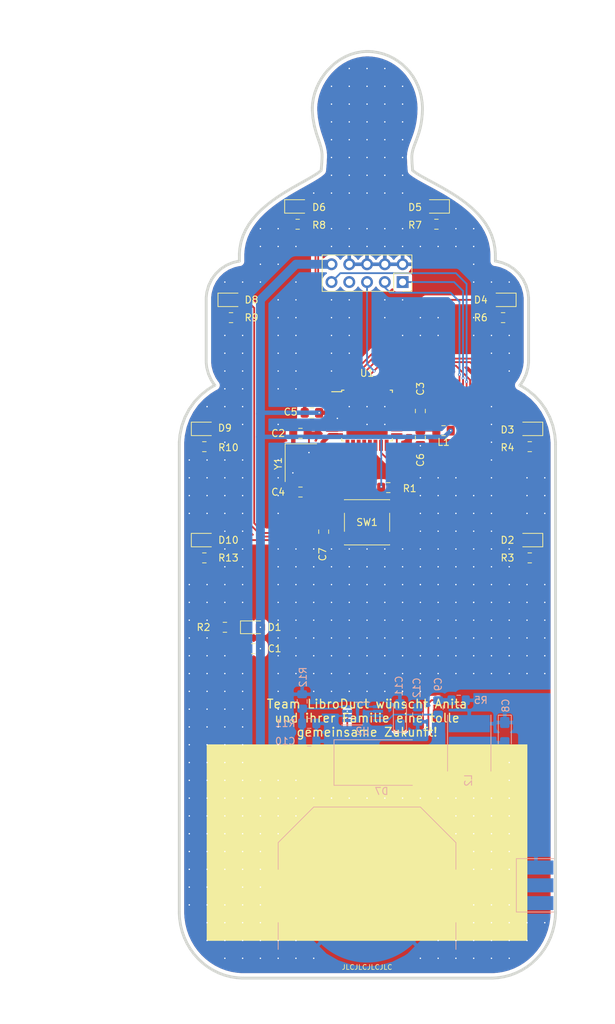
<source format=kicad_pcb>
(kicad_pcb (version 20171130) (host pcbnew "(5.1.6)-1")
  (layers (0 F.Cu signal) (31 B.Cu signal) (34 B.Paste user) (35 F.Paste user) (36 B.SilkS user) (37 F.SilkS user) (38 B.Mask user) (39 F.Mask user) (44 Edge.Cuts user))
  (net 0 "")
  (net 1 "Net-(BT1-Pad1)")
  (net 2 GND)
  (net 3 +5V)
  (net 4 XTAL1)
  (net 5 "Net-(C3-Pad1)")
  (net 6 XTAL2)
  (net 7 +5VA)
  (net 8 ~RST)
  (net 9 "Net-(C9-Pad2)")
  (net 10 "Net-(C9-Pad1)")
  (net 11 "Net-(C10-Pad1)")
  (net 12 "Net-(D1-Pad1)")
  (net 13 PD0)
  (net 14 "Net-(D2-Pad1)")
  (net 15 "Net-(D3-Pad1)")
  (net 16 PD1)
  (net 17 PD2)
  (net 18 "Net-(D4-Pad1)")
  (net 19 PD3)
  (net 20 "Net-(D5-Pad1)")
  (net 21 "Net-(D6-Pad1)")
  (net 22 PD4)
  (net 23 "Net-(D8-Pad1)")
  (net 24 PD5)
  (net 25 PD6)
  (net 26 "Net-(D9-Pad1)")
  (net 27 "Net-(D10-Pad1)")
  (net 28 PD7)
  (net 29 PB4)
  (net 30 PB5)
  (net 31 "Net-(J1-Pad7)")
  (net 32 PB3)
  (net 33 "Net-(U1-Pad12)")
  (net 34 "Net-(U1-Pad13)")
  (net 35 "Net-(U1-Pad14)")
  (net 36 "Net-(U1-Pad19)")
  (net 37 "Net-(U1-Pad22)")
  (net 38 "Net-(U1-Pad23)")
  (net 39 "Net-(U1-Pad24)")
  (net 40 "Net-(U1-Pad25)")
  (net 41 "Net-(U1-Pad26)")
  (net 42 "Net-(U1-Pad27)")
  (net 43 "Net-(U1-Pad28)")
  (net 44 "Net-(C8-Pad1)")
  (net 45 "Net-(SW2-Pad1)")
  (module Capacitor_SMD:C_0805_2012Metric_Pad1.15x1.40mm_HandSolder (layer F.Cu) (at 131.055 110.744 180)
    (fp_text reference C1 (at -3.057 0) (layer F.SilkS))
    (fp_text value 1u)
    (pad 2 smd roundrect (at 1.025 0 180) (size 1.15 1.4) (layers F.Cu F.Paste F.Mask) (roundrect_rratio 0.217391) (net 2 GND))
    (pad 1 smd roundrect (at -1.025 0 180) (size 1.15 1.4) (layers F.Cu F.Paste F.Mask) (roundrect_rratio 0.217391) (net 3 +5V))
  )
  (module Capacitor_SMD:C_0805_2012Metric_Pad1.15x1.40mm_HandSolder (layer F.Cu) (at 137.804 80.01)
    (fp_text reference C2 (at -3.184 0) (layer F.SilkS))
    (fp_text value 22p)
    (pad 1 smd roundrect (at -1.025 0) (size 1.15 1.4) (layers F.Cu F.Paste F.Mask) (roundrect_rratio 0.217391) (net 4 XTAL1))
    (pad 2 smd roundrect (at 1.025 0) (size 1.15 1.4) (layers F.Cu F.Paste F.Mask) (roundrect_rratio 0.217391) (net 2 GND))
  )
  (module Capacitor_SMD:C_0805_2012Metric_Pad1.15x1.40mm_HandSolder (layer F.Cu) (at 154.94 76.826 90)
    (fp_text reference C3 (at 3.166 0 90) (layer F.SilkS))
    (fp_text value 100n)
    (pad 1 smd roundrect (at -1.025 0 90) (size 1.15 1.4) (layers F.Cu F.Paste F.Mask) (roundrect_rratio 0.217391) (net 5 "Net-(C3-Pad1)"))
    (pad 2 smd roundrect (at 1.025 0 90) (size 1.15 1.4) (layers F.Cu F.Paste F.Mask) (roundrect_rratio 0.217391) (net 2 GND))
  )
  (module Capacitor_SMD:C_0805_2012Metric_Pad1.15x1.40mm_HandSolder (layer F.Cu) (at 137.804 88.392 180)
    (fp_text reference C4 (at 3.184 0) (layer F.SilkS))
    (fp_text value 22p)
    (pad 2 smd roundrect (at 1.025 0 180) (size 1.15 1.4) (layers F.Cu F.Paste F.Mask) (roundrect_rratio 0.217391) (net 2 GND))
    (pad 1 smd roundrect (at -1.025 0 180) (size 1.15 1.4) (layers F.Cu F.Paste F.Mask) (roundrect_rratio 0.217391) (net 6 XTAL2))
  )
  (module Capacitor_SMD:C_0805_2012Metric_Pad1.15x1.40mm_HandSolder (layer F.Cu) (at 139.437 77.089 180)
    (fp_text reference C5 (at 3.039 0.127) (layer F.SilkS))
    (fp_text value 100n)
    (pad 2 smd roundrect (at 1.025 0 180) (size 1.15 1.4) (layers F.Cu F.Paste F.Mask) (roundrect_rratio 0.217391) (net 2 GND))
    (pad 1 smd roundrect (at -1.025 0 180) (size 1.15 1.4) (layers F.Cu F.Paste F.Mask) (roundrect_rratio 0.217391) (net 3 +5V))
  )
  (module Capacitor_SMD:C_0805_2012Metric_Pad1.15x1.40mm_HandSolder (layer F.Cu) (at 154.94 80.654 90)
    (fp_text reference C6 (at -3.166 0 90) (layer F.SilkS))
    (fp_text value 100n)
    (pad 1 smd roundrect (at -1.025 0 90) (size 1.15 1.4) (layers F.Cu F.Paste F.Mask) (roundrect_rratio 0.217391) (net 2 GND))
    (pad 2 smd roundrect (at 1.025 0 90) (size 1.15 1.4) (layers F.Cu F.Paste F.Mask) (roundrect_rratio 0.217391) (net 7 +5VA))
  )
  (module Capacitor_SMD:C_0805_2012Metric_Pad1.15x1.40mm_HandSolder (layer F.Cu) (at 141.1224 94.0472 270)
    (fp_text reference C7 (at 3.2348 0.1524 90) (layer F.SilkS))
    (fp_text value 100n)
    (pad 1 smd roundrect (at -1.025 0 270) (size 1.15 1.4) (layers F.Cu F.Paste F.Mask) (roundrect_rratio 0.217391) (net 8 ~RST))
    (pad 2 smd roundrect (at 1.025 0 270) (size 1.15 1.4) (layers F.Cu F.Paste F.Mask) (roundrect_rratio 0.217391) (net 2 GND))
  )
  (module Capacitor_Tantalum_SMD:CP_EIA-3216-12_Kemet-S_Pad1.58x1.35mm_HandSolder (layer B.Cu) (at 167.005 122.7225 270)
    (fp_text reference C8 (at -3.8505 -0.127 90) (layer B.SilkS) (effects (justify mirror)))
    (fp_text value "100u (tant)")
    (pad 1 smd roundrect (at -1.4375 0 270) (size 1.575 1.35) (layers B.Cu B.Paste B.Mask) (roundrect_rratio 0.185185) (net 44 "Net-(C8-Pad1)"))
    (pad 2 smd roundrect (at 1.4375 0 270) (size 1.575 1.35) (layers B.Cu B.Paste B.Mask) (roundrect_rratio 0.185185) (net 2 GND))
  )
  (module Capacitor_SMD:C_0805_2012Metric_Pad1.15x1.40mm_HandSolder (layer B.Cu) (at 157.48 119.135 90)
    (fp_text reference C9 (at 3.311 0 90) (layer B.SilkS) (effects (justify mirror)))
    (fp_text value 4p7)
    (pad 2 smd roundrect (at 1.025 0 90) (size 1.15 1.4) (layers B.Cu B.Paste B.Mask) (roundrect_rratio 0.217391) (net 9 "Net-(C9-Pad2)"))
    (pad 1 smd roundrect (at -1.025 0 90) (size 1.15 1.4) (layers B.Cu B.Paste B.Mask) (roundrect_rratio 0.217391) (net 10 "Net-(C9-Pad1)"))
  )
  (module Capacitor_SMD:C_0805_2012Metric_Pad1.15x1.40mm_HandSolder (layer B.Cu) (at 139.056 123.952)
    (fp_text reference C10 (at -3.42 0) (layer B.SilkS) (effects (justify mirror)))
    (fp_text value 33p)
    (pad 1 smd roundrect (at -1.025 0) (size 1.15 1.4) (layers B.Cu B.Paste B.Mask) (roundrect_rratio 0.217391) (net 11 "Net-(C10-Pad1)"))
    (pad 2 smd roundrect (at 1.025 0) (size 1.15 1.4) (layers B.Cu B.Paste B.Mask) (roundrect_rratio 0.217391) (net 3 +5V))
  )
  (module Capacitor_Tantalum_SMD:CP_EIA-3216-12_Kemet-S_Pad1.58x1.35mm_HandSolder (layer B.Cu) (at 152.019 120.1825 90)
    (fp_text reference C11 (at 4.1045 -0.127 90) (layer B.SilkS) (effects (justify mirror)))
    (fp_text value "100u (tant)")
    (pad 2 smd roundrect (at 1.4375 0 90) (size 1.575 1.35) (layers B.Cu B.Paste B.Mask) (roundrect_rratio 0.185185) (net 2 GND))
    (pad 1 smd roundrect (at -1.4375 0 90) (size 1.575 1.35) (layers B.Cu B.Paste B.Mask) (roundrect_rratio 0.185185) (net 3 +5V))
  )
  (module Capacitor_SMD:C_0805_2012Metric_Pad1.15x1.40mm_HandSolder (layer B.Cu) (at 154.559 120.151 270)
    (fp_text reference C12 (at -3.819 0.127 90) (layer B.SilkS) (effects (justify mirror)))
    (fp_text value 4u7)
    (pad 2 smd roundrect (at 1.025 0 270) (size 1.15 1.4) (layers B.Cu B.Paste B.Mask) (roundrect_rratio 0.217391) (net 3 +5V))
    (pad 1 smd roundrect (at -1.025 0 270) (size 1.15 1.4) (layers B.Cu B.Paste B.Mask) (roundrect_rratio 0.217391) (net 2 GND))
  )
  (module LED_SMD:LED_0805_2012Metric_Castellated (layer F.Cu) (at 131.1175 107.696)
    (fp_text reference D1 (at 2.9945 0) (layer F.SilkS))
    (fp_text value pwr)
    (pad 1 smd roundrect (at -0.9625 0) (size 1.325 1.3) (layers F.Cu F.Paste F.Mask) (roundrect_rratio 0.192308) (net 12 "Net-(D1-Pad1)"))
    (pad 2 smd roundrect (at 0.9625 0) (size 1.325 1.3) (layers F.Cu F.Paste F.Mask) (roundrect_rratio 0.192308) (net 3 +5V))
  )
  (module LED_SMD:LED_0805_2012Metric_Pad1.15x1.40mm_HandSolder (layer F.Cu) (at 170.57 95.25 180)
    (fp_text reference D2 (at 3.184 0) (layer F.SilkS))
    (fp_text value led0)
    (pad 2 smd roundrect (at 1.025 0 180) (size 1.15 1.4) (layers F.Cu F.Paste F.Mask) (roundrect_rratio 0.217391) (net 13 PD0))
    (pad 1 smd roundrect (at -1.025 0 180) (size 1.15 1.4) (layers F.Cu F.Paste F.Mask) (roundrect_rratio 0.217391) (net 14 "Net-(D2-Pad1)"))
  )
  (module LED_SMD:LED_0805_2012Metric_Pad1.15x1.40mm_HandSolder (layer F.Cu) (at 170.57 79.375 180)
    (fp_text reference D3 (at 3.184 -0.127) (layer F.SilkS))
    (fp_text value led1)
    (pad 1 smd roundrect (at -1.025 0 180) (size 1.15 1.4) (layers F.Cu F.Paste F.Mask) (roundrect_rratio 0.217391) (net 15 "Net-(D3-Pad1)"))
    (pad 2 smd roundrect (at 1.025 0 180) (size 1.15 1.4) (layers F.Cu F.Paste F.Mask) (roundrect_rratio 0.217391) (net 16 PD1))
  )
  (module LED_SMD:LED_0805_2012Metric_Pad1.15x1.40mm_HandSolder (layer F.Cu) (at 166.76 60.96 180)
    (fp_text reference D4 (at 3.184 0) (layer F.SilkS))
    (fp_text value led2)
    (pad 2 smd roundrect (at 1.025 0 180) (size 1.15 1.4) (layers F.Cu F.Paste F.Mask) (roundrect_rratio 0.217391) (net 17 PD2))
    (pad 1 smd roundrect (at -1.025 0 180) (size 1.15 1.4) (layers F.Cu F.Paste F.Mask) (roundrect_rratio 0.217391) (net 18 "Net-(D4-Pad1)"))
  )
  (module LED_SMD:LED_0805_2012Metric_Pad1.15x1.40mm_HandSolder (layer F.Cu) (at 157.235 47.625 180)
    (fp_text reference D5 (at 3.057 -0.127) (layer F.SilkS))
    (fp_text value led3)
    (pad 2 smd roundrect (at 1.025 0 180) (size 1.15 1.4) (layers F.Cu F.Paste F.Mask) (roundrect_rratio 0.217391) (net 19 PD3))
    (pad 1 smd roundrect (at -1.025 0 180) (size 1.15 1.4) (layers F.Cu F.Paste F.Mask) (roundrect_rratio 0.217391) (net 20 "Net-(D5-Pad1)"))
  )
  (module LED_SMD:LED_0805_2012Metric_Pad1.15x1.40mm_HandSolder (layer F.Cu) (at 137.405 47.625)
    (fp_text reference D6 (at 3.057 0.127) (layer F.SilkS))
    (fp_text value led4)
    (pad 1 smd roundrect (at -1.025 0) (size 1.15 1.4) (layers F.Cu F.Paste F.Mask) (roundrect_rratio 0.217391) (net 21 "Net-(D6-Pad1)"))
    (pad 2 smd roundrect (at 1.025 0) (size 1.15 1.4) (layers F.Cu F.Paste F.Mask) (roundrect_rratio 0.217391) (net 22 PD4))
  )
  (module Diode_SMD:D_SMC_Handsoldering (layer B.Cu) (at 149.397 127)
    (fp_text reference D7 (at 0 4.1) (layer B.SilkS) (effects (justify mirror)))
    (fp_text value "YFW SS34")
    (pad 1 smd rect (at -4.4 0 270) (size 3.3 4.5) (layers B.Cu B.Paste B.Mask) (net 3 +5V))
    (pad 2 smd rect (at 4.4 0 270) (size 3.3 4.5) (layers B.Cu B.Paste B.Mask) (net 10 "Net-(C9-Pad1)"))
  )
  (module LED_SMD:LED_0805_2012Metric_Pad1.15x1.40mm_HandSolder (layer F.Cu) (at 127.88 60.96)
    (fp_text reference D8 (at 2.93 0) (layer F.SilkS))
    (fp_text value led5)
    (pad 1 smd roundrect (at -1.025 0) (size 1.15 1.4) (layers F.Cu F.Paste F.Mask) (roundrect_rratio 0.217391) (net 23 "Net-(D8-Pad1)"))
    (pad 2 smd roundrect (at 1.025 0) (size 1.15 1.4) (layers F.Cu F.Paste F.Mask) (roundrect_rratio 0.217391) (net 24 PD5))
  )
  (module LED_SMD:LED_0805_2012Metric_Pad1.15x1.40mm_HandSolder (layer F.Cu) (at 124.07 79.375)
    (fp_text reference D9 (at 2.93 -0.127) (layer F.SilkS))
    (fp_text value led6)
    (pad 2 smd roundrect (at 1.025 0) (size 1.15 1.4) (layers F.Cu F.Paste F.Mask) (roundrect_rratio 0.217391) (net 25 PD6))
    (pad 1 smd roundrect (at -1.025 0) (size 1.15 1.4) (layers F.Cu F.Paste F.Mask) (roundrect_rratio 0.217391) (net 26 "Net-(D9-Pad1)"))
  )
  (module LED_SMD:LED_0805_2012Metric_Pad1.15x1.40mm_HandSolder (layer F.Cu) (at 124.07 95.25)
    (fp_text reference D10 (at 3.438 0) (layer F.SilkS))
    (fp_text value led7)
    (pad 1 smd roundrect (at -1.025 0) (size 1.15 1.4) (layers F.Cu F.Paste F.Mask) (roundrect_rratio 0.217391) (net 27 "Net-(D10-Pad1)"))
    (pad 2 smd roundrect (at 1.025 0) (size 1.15 1.4) (layers F.Cu F.Paste F.Mask) (roundrect_rratio 0.217391) (net 28 PD7))
  )
  (module Connector_PinSocket_2.54mm:PinSocket_2x05_P2.54mm_Vertical (layer F.Cu) (at 152.4 58.42 270)
    (fp_text reference J1 hide)
    (fp_text value ISP)
    (pad 1 thru_hole rect (at 0 0 270) (size 1.7 1.7) (drill 1) (layers *.Cu *.Mask) (net 29 PB4))
    (pad 2 thru_hole oval (at -2.54 0 270) (size 1.7 1.7) (drill 1) (layers *.Cu *.Mask) (net 2 GND))
    (pad 3 thru_hole oval (at 0 2.54 270) (size 1.7 1.7) (drill 1) (layers *.Cu *.Mask) (net 30 PB5))
    (pad 4 thru_hole oval (at -2.54 2.54 270) (size 1.7 1.7) (drill 1) (layers *.Cu *.Mask) (net 2 GND))
    (pad 5 thru_hole oval (at 0 5.08 270) (size 1.7 1.7) (drill 1) (layers *.Cu *.Mask) (net 8 ~RST))
    (pad 6 thru_hole oval (at -2.54 5.08 270) (size 1.7 1.7) (drill 1) (layers *.Cu *.Mask) (net 2 GND))
    (pad 7 thru_hole oval (at 0 7.62 270) (size 1.7 1.7) (drill 1) (layers *.Cu *.Mask) (net 31 "Net-(J1-Pad7)"))
    (pad 8 thru_hole oval (at -2.54 7.62 270) (size 1.7 1.7) (drill 1) (layers *.Cu *.Mask) (net 2 GND))
    (pad 9 thru_hole oval (at 0 10.16 270) (size 1.7 1.7) (drill 1) (layers *.Cu *.Mask) (net 32 PB3))
    (pad 10 thru_hole oval (at -2.54 10.16 270) (size 1.7 1.7) (drill 1) (layers *.Cu *.Mask) (net 3 +5V))
  )
  (module Inductor_SMD:L_0805_2012Metric_Pad1.15x1.40mm_HandSolder (layer F.Cu) (at 158.251 79.629 180)
    (fp_text reference L1 (at 0 -1.65) (layer F.SilkS))
    (fp_text value 10u)
    (pad 1 smd roundrect (at -1.025 0 180) (size 1.15 1.4) (layers F.Cu F.Paste F.Mask) (roundrect_rratio 0.217391) (net 3 +5V))
    (pad 2 smd roundrect (at 1.025 0 180) (size 1.15 1.4) (layers F.Cu F.Paste F.Mask) (roundrect_rratio 0.217391) (net 7 +5VA))
  )
  (module Inductor_SMD:L_Taiyo-Yuden_NR-60xx_HandSoldering (layer B.Cu) (at 161.925 124.225 270)
    (fp_text reference L2 (at 5.315 0.127 90) (layer B.SilkS) (effects (justify mirror)))
    (fp_text value 4u7)
    (pad 1 smd rect (at -2.775 0 270) (size 2.45 5.9) (layers B.Cu B.Paste B.Mask) (net 44 "Net-(C8-Pad1)"))
    (pad 2 smd rect (at 2.775 0 270) (size 2.45 5.9) (layers B.Cu B.Paste B.Mask) (net 10 "Net-(C9-Pad1)"))
  )
  (module Resistor_SMD:R_0805_2012Metric_Pad1.15x1.40mm_HandSolder (layer F.Cu) (at 150.359 87.757)
    (fp_text reference R1 (at 3.057 0.127) (layer F.SilkS))
    (fp_text value 10k)
    (pad 1 smd roundrect (at -1.025 0) (size 1.15 1.4) (layers F.Cu F.Paste F.Mask) (roundrect_rratio 0.217391) (net 3 +5V))
    (pad 2 smd roundrect (at 1.025 0) (size 1.15 1.4) (layers F.Cu F.Paste F.Mask) (roundrect_rratio 0.217391) (net 8 ~RST))
  )
  (module Resistor_SMD:R_0805_2012Metric_Pad1.15x1.40mm_HandSolder (layer F.Cu) (at 127.009 107.696 180)
    (fp_text reference R2 (at 3.057 0) (layer F.SilkS))
    (fp_text value 2k2)
    (pad 2 smd roundrect (at 1.025 0 180) (size 1.15 1.4) (layers F.Cu F.Paste F.Mask) (roundrect_rratio 0.217391) (net 2 GND))
    (pad 1 smd roundrect (at -1.025 0 180) (size 1.15 1.4) (layers F.Cu F.Paste F.Mask) (roundrect_rratio 0.217391) (net 12 "Net-(D1-Pad1)"))
  )
  (module Resistor_SMD:R_0805_2012Metric_Pad1.15x1.40mm_HandSolder (layer F.Cu) (at 170.57 97.79 180)
    (fp_text reference R3 (at 3.184 0) (layer F.SilkS))
    (fp_text value 2k)
    (pad 1 smd roundrect (at -1.025 0 180) (size 1.15 1.4) (layers F.Cu F.Paste F.Mask) (roundrect_rratio 0.217391) (net 14 "Net-(D2-Pad1)"))
    (pad 2 smd roundrect (at 1.025 0 180) (size 1.15 1.4) (layers F.Cu F.Paste F.Mask) (roundrect_rratio 0.217391) (net 2 GND))
  )
  (module Resistor_SMD:R_0805_2012Metric_Pad1.15x1.40mm_HandSolder (layer F.Cu) (at 170.57 81.915 180)
    (fp_text reference R4 (at 3.184 -0.127) (layer F.SilkS))
    (fp_text value 2k)
    (pad 2 smd roundrect (at 1.025 0 180) (size 1.15 1.4) (layers F.Cu F.Paste F.Mask) (roundrect_rratio 0.217391) (net 2 GND))
    (pad 1 smd roundrect (at -1.025 0 180) (size 1.15 1.4) (layers F.Cu F.Paste F.Mask) (roundrect_rratio 0.217391) (net 15 "Net-(D3-Pad1)"))
  )
  (module Resistor_SMD:R_0805_2012Metric_Pad1.15x1.40mm_HandSolder (layer B.Cu) (at 160.41 118.11 180)
    (fp_text reference R5 (at -3.166 0) (layer B.SilkS) (effects (justify mirror)))
    (fp_text value 150k)
    (pad 2 smd roundrect (at 1.025 0 180) (size 1.15 1.4) (layers B.Cu B.Paste B.Mask) (roundrect_rratio 0.217391) (net 9 "Net-(C9-Pad2)"))
    (pad 1 smd roundrect (at -1.025 0 180) (size 1.15 1.4) (layers B.Cu B.Paste B.Mask) (roundrect_rratio 0.217391) (net 44 "Net-(C8-Pad1)"))
  )
  (module Resistor_SMD:R_0805_2012Metric_Pad1.15x1.40mm_HandSolder (layer F.Cu) (at 166.76 63.5 180)
    (fp_text reference R6 (at 3.184 0) (layer F.SilkS))
    (fp_text value 2k)
    (pad 1 smd roundrect (at -1.025 0 180) (size 1.15 1.4) (layers F.Cu F.Paste F.Mask) (roundrect_rratio 0.217391) (net 18 "Net-(D4-Pad1)"))
    (pad 2 smd roundrect (at 1.025 0 180) (size 1.15 1.4) (layers F.Cu F.Paste F.Mask) (roundrect_rratio 0.217391) (net 2 GND))
  )
  (module Resistor_SMD:R_0805_2012Metric_Pad1.15x1.40mm_HandSolder (layer F.Cu) (at 157.235 50.165 180)
    (fp_text reference R7 (at 3.057 -0.127) (layer F.SilkS))
    (fp_text value 2k)
    (pad 2 smd roundrect (at 1.025 0 180) (size 1.15 1.4) (layers F.Cu F.Paste F.Mask) (roundrect_rratio 0.217391) (net 2 GND))
    (pad 1 smd roundrect (at -1.025 0 180) (size 1.15 1.4) (layers F.Cu F.Paste F.Mask) (roundrect_rratio 0.217391) (net 20 "Net-(D5-Pad1)"))
  )
  (module Resistor_SMD:R_0805_2012Metric_Pad1.15x1.40mm_HandSolder (layer F.Cu) (at 137.405 50.165)
    (fp_text reference R8 (at 3.057 0.127) (layer F.SilkS))
    (fp_text value 2k)
    (pad 1 smd roundrect (at -1.025 0) (size 1.15 1.4) (layers F.Cu F.Paste F.Mask) (roundrect_rratio 0.217391) (net 21 "Net-(D6-Pad1)"))
    (pad 2 smd roundrect (at 1.025 0) (size 1.15 1.4) (layers F.Cu F.Paste F.Mask) (roundrect_rratio 0.217391) (net 2 GND))
  )
  (module Resistor_SMD:R_0805_2012Metric_Pad1.15x1.40mm_HandSolder (layer F.Cu) (at 127.88 63.5)
    (fp_text reference R9 (at 2.93 0) (layer F.SilkS))
    (fp_text value 2k)
    (pad 2 smd roundrect (at 1.025 0) (size 1.15 1.4) (layers F.Cu F.Paste F.Mask) (roundrect_rratio 0.217391) (net 2 GND))
    (pad 1 smd roundrect (at -1.025 0) (size 1.15 1.4) (layers F.Cu F.Paste F.Mask) (roundrect_rratio 0.217391) (net 23 "Net-(D8-Pad1)"))
  )
  (module Resistor_SMD:R_0805_2012Metric_Pad1.15x1.40mm_HandSolder (layer F.Cu) (at 124.07 81.915)
    (fp_text reference R10 (at 3.438 0.127) (layer F.SilkS))
    (fp_text value 2k)
    (pad 1 smd roundrect (at -1.025 0) (size 1.15 1.4) (layers F.Cu F.Paste F.Mask) (roundrect_rratio 0.217391) (net 26 "Net-(D9-Pad1)"))
    (pad 2 smd roundrect (at 1.025 0) (size 1.15 1.4) (layers F.Cu F.Paste F.Mask) (roundrect_rratio 0.217391) (net 2 GND))
  )
  (module Resistor_SMD:R_0805_2012Metric_Pad1.15x1.40mm_HandSolder (layer B.Cu) (at 139.056 121.412 180)
    (fp_text reference R11 (at 3.42 0) (layer B.SilkS) (effects (justify mirror)))
    (fp_text value 300k)
    (pad 1 smd roundrect (at -1.025 0 180) (size 1.15 1.4) (layers B.Cu B.Paste B.Mask) (roundrect_rratio 0.217391) (net 3 +5V))
    (pad 2 smd roundrect (at 1.025 0 180) (size 1.15 1.4) (layers B.Cu B.Paste B.Mask) (roundrect_rratio 0.217391) (net 11 "Net-(C10-Pad1)"))
  )
  (module Resistor_SMD:R_0805_2012Metric_Pad1.15x1.40mm_HandSolder (layer B.Cu) (at 138.049 118.2788 90)
    (fp_text reference R12 (at 3.4708 0.127 90) (layer B.SilkS) (effects (justify mirror)))
    (fp_text value 100k)
    (pad 1 smd roundrect (at -1.025 0 90) (size 1.15 1.4) (layers B.Cu B.Paste B.Mask) (roundrect_rratio 0.217391) (net 11 "Net-(C10-Pad1)"))
    (pad 2 smd roundrect (at 1.025 0 90) (size 1.15 1.4) (layers B.Cu B.Paste B.Mask) (roundrect_rratio 0.217391) (net 2 GND))
  )
  (module Resistor_SMD:R_0805_2012Metric_Pad1.15x1.40mm_HandSolder (layer F.Cu) (at 124.07 97.79)
    (fp_text reference R13 (at 3.438 0) (layer F.SilkS))
    (fp_text value 2k)
    (pad 2 smd roundrect (at 1.025 0) (size 1.15 1.4) (layers F.Cu F.Paste F.Mask) (roundrect_rratio 0.217391) (net 2 GND))
    (pad 1 smd roundrect (at -1.025 0) (size 1.15 1.4) (layers F.Cu F.Paste F.Mask) (roundrect_rratio 0.217391) (net 27 "Net-(D10-Pad1)"))
  )
  (module Button_Switch_SMD:SW_Push_1P1T_NO_6x6mm_H9.5mm (layer F.Cu) (at 147.32 92.71)
    (fp_text reference SW1 (at 0 0) (layer F.SilkS))
    (fp_text value RST)
    (pad 2 smd rect (at -3.975 2.25) (size 1.55 1.3) (layers F.Cu F.Paste F.Mask) (net 2 GND))
    (pad 1 smd rect (at -3.975 -2.25) (size 1.55 1.3) (layers F.Cu F.Paste F.Mask) (net 8 ~RST))
    (pad 1 smd rect (at 3.975 -2.25) (size 1.55 1.3) (layers F.Cu F.Paste F.Mask) (net 8 ~RST))
    (pad 2 smd rect (at 3.975 2.25) (size 1.55 1.3) (layers F.Cu F.Paste F.Mask) (net 2 GND))
  )
  (module switch:switch_sideways (layer B.Cu) (at 168.91 144.526)
    (fp_text reference SW2 hide)
    (fp_text value SW_DPDT_x2)
    (pad 1 smd rect (at 2.54 2.54) (size 5 2) (layers B.Cu B.Paste B.Mask) (net 45 "Net-(SW2-Pad1)"))
    (pad 2 smd rect (at 2.54 0) (size 5 2) (layers B.Cu B.Paste B.Mask) (net 1 "Net-(BT1-Pad1)"))
    (pad 3 smd rect (at 2.54 -2.54) (size 5 2) (layers B.Cu B.Paste B.Mask) (net 44 "Net-(C8-Pad1)"))
  )
  (module Package_QFP:TQFP-32_7x7mm_P0.8mm (layer F.Cu) (at 147.32 77.47)
    (fp_text reference U1 (at 0 -6.05) (layer F.SilkS))
    (fp_text value ATmega328P-AU)
    (pad 1 smd rect (at -4.25 -2.8) (size 1.6 0.55) (layers F.Cu F.Paste F.Mask) (net 19 PD3))
    (pad 2 smd rect (at -4.25 -2) (size 1.6 0.55) (layers F.Cu F.Paste F.Mask) (net 22 PD4))
    (pad 3 smd rect (at -4.25 -1.2) (size 1.6 0.55) (layers F.Cu F.Paste F.Mask) (net 2 GND))
    (pad 4 smd rect (at -4.25 -0.4) (size 1.6 0.55) (layers F.Cu F.Paste F.Mask) (net 3 +5V))
    (pad 5 smd rect (at -4.25 0.4) (size 1.6 0.55) (layers F.Cu F.Paste F.Mask) (net 2 GND))
    (pad 6 smd rect (at -4.25 1.2) (size 1.6 0.55) (layers F.Cu F.Paste F.Mask) (net 3 +5V))
    (pad 7 smd rect (at -4.25 2) (size 1.6 0.55) (layers F.Cu F.Paste F.Mask) (net 4 XTAL1))
    (pad 8 smd rect (at -4.25 2.8) (size 1.6 0.55) (layers F.Cu F.Paste F.Mask) (net 6 XTAL2))
    (pad 9 smd rect (at -2.8 4.25 90) (size 1.6 0.55) (layers F.Cu F.Paste F.Mask) (net 24 PD5))
    (pad 10 smd rect (at -2 4.25 90) (size 1.6 0.55) (layers F.Cu F.Paste F.Mask) (net 25 PD6))
    (pad 11 smd rect (at -1.2 4.25 90) (size 1.6 0.55) (layers F.Cu F.Paste F.Mask) (net 28 PD7))
    (pad 12 smd rect (at -0.4 4.25 90) (size 1.6 0.55) (layers F.Cu F.Paste F.Mask) (net 33 "Net-(U1-Pad12)"))
    (pad 13 smd rect (at 0.4 4.25 90) (size 1.6 0.55) (layers F.Cu F.Paste F.Mask) (net 34 "Net-(U1-Pad13)"))
    (pad 14 smd rect (at 1.2 4.25 90) (size 1.6 0.55) (layers F.Cu F.Paste F.Mask) (net 35 "Net-(U1-Pad14)"))
    (pad 15 smd rect (at 2 4.25 90) (size 1.6 0.55) (layers F.Cu F.Paste F.Mask) (net 32 PB3))
    (pad 16 smd rect (at 2.8 4.25 90) (size 1.6 0.55) (layers F.Cu F.Paste F.Mask) (net 29 PB4))
    (pad 17 smd rect (at 4.25 2.8) (size 1.6 0.55) (layers F.Cu F.Paste F.Mask) (net 30 PB5))
    (pad 18 smd rect (at 4.25 2) (size 1.6 0.55) (layers F.Cu F.Paste F.Mask) (net 7 +5VA))
    (pad 19 smd rect (at 4.25 1.2) (size 1.6 0.55) (layers F.Cu F.Paste F.Mask) (net 36 "Net-(U1-Pad19)"))
    (pad 20 smd rect (at 4.25 0.4) (size 1.6 0.55) (layers F.Cu F.Paste F.Mask) (net 5 "Net-(C3-Pad1)"))
    (pad 21 smd rect (at 4.25 -0.4) (size 1.6 0.55) (layers F.Cu F.Paste F.Mask) (net 2 GND))
    (pad 22 smd rect (at 4.25 -1.2) (size 1.6 0.55) (layers F.Cu F.Paste F.Mask) (net 37 "Net-(U1-Pad22)"))
    (pad 23 smd rect (at 4.25 -2) (size 1.6 0.55) (layers F.Cu F.Paste F.Mask) (net 38 "Net-(U1-Pad23)"))
    (pad 24 smd rect (at 4.25 -2.8) (size 1.6 0.55) (layers F.Cu F.Paste F.Mask) (net 39 "Net-(U1-Pad24)"))
    (pad 25 smd rect (at 2.8 -4.25 90) (size 1.6 0.55) (layers F.Cu F.Paste F.Mask) (net 40 "Net-(U1-Pad25)"))
    (pad 26 smd rect (at 2 -4.25 90) (size 1.6 0.55) (layers F.Cu F.Paste F.Mask) (net 41 "Net-(U1-Pad26)"))
    (pad 27 smd rect (at 1.2 -4.25 90) (size 1.6 0.55) (layers F.Cu F.Paste F.Mask) (net 42 "Net-(U1-Pad27)"))
    (pad 28 smd rect (at 0.4 -4.25 90) (size 1.6 0.55) (layers F.Cu F.Paste F.Mask) (net 43 "Net-(U1-Pad28)"))
    (pad 29 smd rect (at -0.4 -4.25 90) (size 1.6 0.55) (layers F.Cu F.Paste F.Mask) (net 8 ~RST))
    (pad 30 smd rect (at -1.2 -4.25 90) (size 1.6 0.55) (layers F.Cu F.Paste F.Mask) (net 13 PD0))
    (pad 31 smd rect (at -2 -4.25 90) (size 1.6 0.55) (layers F.Cu F.Paste F.Mask) (net 16 PD1))
    (pad 32 smd rect (at -2.8 -4.25 90) (size 1.6 0.55) (layers F.Cu F.Paste F.Mask) (net 17 PD2))
  )
  (module Package_SO:VSSOP-8_3.0x3.0mm_P0.65mm (layer B.Cu) (at 146.685 120.015)
    (fp_text reference U2 (at 0 2.5) (layer B.SilkS) (effects (justify mirror)))
    (fp_text value LM2623)
    (pad 1 smd rect (at -2.2 0.975 90) (size 0.45 1.45) (layers B.Cu B.Paste B.Mask) (net 2 GND))
    (pad 2 smd rect (at -2.2 0.325 90) (size 0.45 1.45) (layers B.Cu B.Paste B.Mask) (net 3 +5V))
    (pad 3 smd rect (at -2.2 -0.325 90) (size 0.45 1.45) (layers B.Cu B.Paste B.Mask) (net 9 "Net-(C9-Pad2)"))
    (pad 4 smd rect (at -2.2 -0.975 90) (size 0.45 1.45) (layers B.Cu B.Paste B.Mask) (net 11 "Net-(C10-Pad1)"))
    (pad 5 smd rect (at 2.2 -0.975 90) (size 0.45 1.45) (layers B.Cu B.Paste B.Mask) (net 2 GND))
    (pad 6 smd rect (at 2.2 -0.325 90) (size 0.45 1.45) (layers B.Cu B.Paste B.Mask) (net 3 +5V))
    (pad 7 smd rect (at 2.2 0.325 90) (size 0.45 1.45) (layers B.Cu B.Paste B.Mask) (net 3 +5V))
    (pad 8 smd rect (at 2.2 0.975 90) (size 0.45 1.45) (layers B.Cu B.Paste B.Mask) (net 10 "Net-(C9-Pad1)"))
  )
  (module Crystal:Crystal_SMD_3225-4Pin_3.2x2.5mm_HandSoldering (layer F.Cu) (at 137.869 84.208 270)
    (fp_text reference Y1 (at 0.12 3.249 90) (layer F.SilkS))
    (fp_text value S3B20)
    (pad 1 smd rect (at -1.45 1.15 270) (size 2.1 1.8) (layers F.Cu F.Paste F.Mask) (net 4 XTAL1))
    (pad 2 smd rect (at 1.45 1.15 270) (size 2.1 1.8) (layers F.Cu F.Paste F.Mask) (net 2 GND))
    (pad 3 smd rect (at 1.45 -1.15 270) (size 2.1 1.8) (layers F.Cu F.Paste F.Mask) (net 6 XTAL2))
    (pad 4 smd rect (at -1.45 -1.15 270) (size 2.1 1.8) (layers F.Cu F.Paste F.Mask) (net 2 GND))
  )
  (module CR2032:CR2032 (layer B.Cu) (at 147.32 146.05 180)
    (fp_text reference BT1 hide)
    (fp_text value CR2032)
    (pad 2 smd circle (at 0 0 180) (size 19 19) (layers B.Cu B.Paste B.Mask) (net 2 GND))
    (pad 1 smd rect (at -12.3 0 180) (size 2 6.1) (layers B.Cu B.Paste B.Mask) (net 1 "Net-(BT1-Pad1)"))
    (pad 1 smd rect (at 12.3 0 180) (size 2 6.1) (layers B.Cu B.Paste B.Mask) (net 1 "Net-(BT1-Pad1)"))
  )
  (gr_text JLCJLCJLCJLC (at 147.32 156.21) (layer F.SilkS) (effects (font (size 0.7 0.7) (thickness 0.1))))
  (gr_text "Team LibroDuct wünscht Anita\nund ihrer Familie eine tolle\ngemeinsame Zukunft!" (at 147.32 120.65) (layer F.SilkS) (effects (font (size 1.25 1.25) (thickness 0.18))))
  (gr_poly (pts (xy 170.18 152.4) (xy 124.46 152.4) (xy 124.46 124.46) (xy 170.18 124.46)) (layer F.SilkS) (width 0.1))
  (gr_line (start 153.8876 29.0848) (end 153.4344 28.4604) (layer Edge.Cuts) (width 0.4))
  (gr_line (start 154.282 29.754) (end 153.8876 29.0848) (layer Edge.Cuts) (width 0.4))
  (gr_line (start 154.614 30.4628) (end 154.282 29.754) (layer Edge.Cuts) (width 0.4))
  (gr_line (start 154.8784 31.2072) (end 154.614 30.4628) (layer Edge.Cuts) (width 0.4))
  (gr_line (start 155.0728 31.984) (end 154.8784 31.2072) (layer Edge.Cuts) (width 0.4))
  (gr_line (start 155.192 32.7884) (end 155.0728 31.984) (layer Edge.Cuts) (width 0.4))
  (gr_line (start 157.204 44.4672) (end 156.676 44.1828) (layer Edge.Cuts) (width 0.4))
  (gr_line (start 154.4172 38.0228) (end 154.5876 37.5504) (layer Edge.Cuts) (width 0.4))
  (gr_line (start 154.2912 38.3516) (end 154.4172 38.0228) (layer Edge.Cuts) (width 0.4))
  (gr_line (start 158.6992 45.3056) (end 157.9404 44.872) (layer Edge.Cuts) (width 0.4))
  (gr_line (start 154.2488 38.4616) (end 154.2912 38.3516) (layer Edge.Cuts) (width 0.4))
  (gr_line (start 153.8684 39.544) (end 154.036 39.0248) (layer Edge.Cuts) (width 0.4))
  (gr_line (start 153.7592 40.0548) (end 153.8684 39.544) (layer Edge.Cuts) (width 0.4))
  (gr_line (start 153.7216 40.462) (end 153.7592 40.0548) (layer Edge.Cuts) (width 0.4))
  (gr_line (start 153.7232 40.722) (end 153.7228 40.5976) (layer Edge.Cuts) (width 0.4))
  (gr_line (start 159.4688 45.77) (end 158.6992 45.3056) (layer Edge.Cuts) (width 0.4))
  (gr_line (start 157.9404 44.872) (end 157.204 44.4672) (layer Edge.Cuts) (width 0.4))
  (gr_line (start 161.7384 47.3712) (end 160.9992 46.8) (layer Edge.Cuts) (width 0.4))
  (gr_line (start 153.872 42.5176) (end 153.8288 42.4744) (layer Edge.Cuts) (width 0.4))
  (gr_line (start 156.122 43.8844) (end 155.7276 43.67) (layer Edge.Cuts) (width 0.4))
  (gr_line (start 153.7228 40.5976) (end 153.7216 40.462) (layer Edge.Cuts) (width 0.4))
  (gr_line (start 160.9992 46.8) (end 160.239199 46.2672) (layer Edge.Cuts) (width 0.4))
  (gr_line (start 153.8288 42.4744) (end 153.8116 42.2916) (layer Edge.Cuts) (width 0.4))
  (gr_line (start 153.8116 42.2916) (end 153.7512 41.4484) (layer Edge.Cuts) (width 0.4))
  (gr_line (start 162.4456 47.982) (end 161.7384 47.3712) (layer Edge.Cuts) (width 0.4))
  (gr_line (start 156.676 44.1828) (end 156.5004 44.0884) (layer Edge.Cuts) (width 0.4))
  (gr_line (start 163.7204 49.336) (end 163.1092 48.6364) (layer Edge.Cuts) (width 0.4))
  (gr_line (start 154.5892 43.0184) (end 154.2744 42.8172) (layer Edge.Cuts) (width 0.4))
  (gr_line (start 154.9464 43.2312) (end 154.5892 43.0184) (layer Edge.Cuts) (width 0.4))
  (gr_line (start 160.239199 46.2672) (end 159.4688 45.77) (layer Edge.Cuts) (width 0.4))
  (gr_line (start 156.5004 44.0884) (end 156.4056 44.0372) (layer Edge.Cuts) (width 0.4))
  (gr_line (start 154.036 39.0248) (end 154.1944 38.6016) (layer Edge.Cuts) (width 0.4))
  (gr_line (start 155.2328 33.6168) (end 155.2328 33.409201) (layer Edge.Cuts) (width 0.4))
  (gr_line (start 155.2328 33.409201) (end 155.192 32.7884) (layer Edge.Cuts) (width 0.4))
  (gr_line (start 155.2328 33.822001) (end 155.2328 33.6168) (layer Edge.Cuts) (width 0.4))
  (gr_line (start 155.2088 34.439201) (end 155.2328 33.822001) (layer Edge.Cuts) (width 0.4))
  (gr_line (start 153.7512 41.4484) (end 153.7232 40.722) (layer Edge.Cuts) (width 0.4))
  (gr_line (start 155.1404 35.1856) (end 155.2088 34.439201) (layer Edge.Cuts) (width 0.4))
  (gr_line (start 156.4056 44.0372) (end 156.122 43.8844) (layer Edge.Cuts) (width 0.4))
  (gr_line (start 155.0372 35.8628) (end 155.1404 35.1856) (layer Edge.Cuts) (width 0.4))
  (gr_line (start 154.2744 42.8172) (end 154.016 42.634) (layer Edge.Cuts) (width 0.4))
  (gr_line (start 154.9048 36.4776) (end 155.0372 35.8628) (layer Edge.Cuts) (width 0.4))
  (gr_line (start 154.1944 38.6016) (end 154.2488 38.4616) (layer Edge.Cuts) (width 0.4))
  (gr_line (start 154.016 42.634) (end 153.872 42.5176) (layer Edge.Cuts) (width 0.4))
  (gr_line (start 163.1092 48.6364) (end 162.4456 47.982) (layer Edge.Cuts) (width 0.4))
  (gr_line (start 155.3304 43.4504) (end 154.9464 43.2312) (layer Edge.Cuts) (width 0.4))
  (gr_line (start 154.7528 37.037601) (end 154.9048 36.4776) (layer Edge.Cuts) (width 0.4))
  (gr_line (start 155.7276 43.67) (end 155.3304 43.4504) (layer Edge.Cuts) (width 0.4))
  (gr_line (start 154.5876 37.5504) (end 154.7528 37.037601) (layer Edge.Cuts) (width 0.4))
  (gr_line (start 139.7912 36.157601) (end 140.0708 37.175601) (layer Edge.Cuts) (width 0.4))
  (gr_line (start 140.8936 40.3384) (end 140.8936 40.59) (layer Edge.Cuts) (width 0.4))
  (gr_line (start 140.0708 37.175601) (end 140.2928 37.842) (layer Edge.Cuts) (width 0.4))
  (gr_line (start 140.5748 38.6644) (end 140.7412 39.226) (layer Edge.Cuts) (width 0.4))
  (gr_line (start 140.8936 40.1972) (end 140.8936 40.3384) (layer Edge.Cuts) (width 0.4))
  (gr_line (start 140.8528 39.7748) (end 140.8936 40.1972) (layer Edge.Cuts) (width 0.4))
  (gr_line (start 140.2928 37.842) (end 140.3704 38.0632) (layer Edge.Cuts) (width 0.4))
  (gr_line (start 140.7412 39.226) (end 140.8528 39.7748) (layer Edge.Cuts) (width 0.4))
  (gr_line (start 140.422 38.2132) (end 140.5748 38.6644) (layer Edge.Cuts) (width 0.4))
  (gr_line (start 140.3704 38.0632) (end 140.422 38.2132) (layer Edge.Cuts) (width 0.4))
  (gr_line (start 138.8072 43.7632) (end 138.3944 43.9948) (layer Edge.Cuts) (width 0.4))
  (gr_line (start 140.7176 42.524) (end 140.5756 42.6468) (layer Edge.Cuts) (width 0.4))
  (gr_line (start 140.3144 42.842) (end 139.9908 43.0584) (layer Edge.Cuts) (width 0.4))
  (gr_line (start 140.7816 42.2816) (end 140.7592 42.4776) (layer Edge.Cuts) (width 0.4))
  (gr_line (start 140.8936 40.59) (end 140.8596 41.346) (layer Edge.Cuts) (width 0.4))
  (gr_line (start 140.7592 42.4776) (end 140.7176 42.524) (layer Edge.Cuts) (width 0.4))
  (gr_line (start 139.2216 43.5248) (end 138.8072 43.7632) (layer Edge.Cuts) (width 0.4))
  (gr_line (start 139.6212 43.2884) (end 139.2216 43.5248) (layer Edge.Cuts) (width 0.4))
  (gr_line (start 139.9908 43.0584) (end 139.6212 43.2884) (layer Edge.Cuts) (width 0.4))
  (gr_line (start 140.5756 42.6468) (end 140.3144 42.842) (layer Edge.Cuts) (width 0.4))
  (gr_line (start 140.8596 41.346) (end 140.7816 42.2816) (layer Edge.Cuts) (width 0.4))
  (gr_line (start 133.61504 46.9392) (end 132.89496 47.5084) (layer Edge.Cuts) (width 0.4))
  (gr_line (start 134.35568 46.4072) (end 133.61504 46.9392) (layer Edge.Cuts) (width 0.4))
  (gr_line (start 137.9992 44.216) (end 137.8276 44.3112) (layer Edge.Cuts) (width 0.4))
  (gr_line (start 135.10636 45.9084) (end 134.35568 46.4072) (layer Edge.Cuts) (width 0.4))
  (gr_line (start 137.3136 44.5984) (end 136.596 45.006) (layer Edge.Cuts) (width 0.4))
  (gr_line (start 135.85656 45.4428) (end 135.10636 45.9084) (layer Edge.Cuts) (width 0.4))
  (gr_line (start 136.596 45.006) (end 135.85656 45.4428) (layer Edge.Cuts) (width 0.4))
  (gr_line (start 137.8276 44.3112) (end 137.3136 44.5984) (layer Edge.Cuts) (width 0.4))
  (gr_line (start 138.098 44.1612) (end 137.9992 44.216) (layer Edge.Cuts) (width 0.4))
  (gr_line (start 138.3944 43.9948) (end 138.098 44.1612) (layer Edge.Cuts) (width 0.4))
  (gr_line (start 164.2664 50.0832) (end 163.7204 49.336) (layer Edge.Cuts) (width 0.4))
  (gr_line (start 170.3184 70.6332) (end 170.4048 69.9032) (layer Edge.Cuts) (width 0.4))
  (gr_line (start 165.656 54.3632) (end 165.5928 53.5972) (layer Edge.Cuts) (width 0.4))
  (gr_line (start 165.412 52.6348) (end 165.1232 51.7304) (layer Edge.Cuts) (width 0.4))
  (gr_line (start 165.9012 55.4684) (end 165.656 55.4392) (layer Edge.Cuts) (width 0.4))
  (gr_line (start 166.6248 55.6488) (end 165.9012 55.4684) (layer Edge.Cuts) (width 0.4))
  (gr_line (start 168.33 56.5604) (end 167.522 56.0284) (layer Edge.Cuts) (width 0.4))
  (gr_line (start 169.03 57.2276) (end 168.33 56.5604) (layer Edge.Cuts) (width 0.4))
  (gr_line (start 170.0372 58.8988) (end 169.6048 58.0128) (layer Edge.Cuts) (width 0.4))
  (gr_line (start 169.68 72.3904) (end 170.0704 71.5472) (layer Edge.Cuts) (width 0.4))
  (gr_line (start 169.6048 58.0128) (end 169.03 57.2276) (layer Edge.Cuts) (width 0.4))
  (gr_line (start 170.4048 60.644) (end 170.31 59.8676) (layer Edge.Cuts) (width 0.4))
  (gr_line (start 170.4048 69.6604) (end 170.4048 60.9028) (layer Edge.Cuts) (width 0.4))
  (gr_line (start 170.31 59.8676) (end 170.0372 58.8988) (layer Edge.Cuts) (width 0.4))
  (gr_line (start 169.3072 72.9732) (end 169.68 72.3904) (layer Edge.Cuts) (width 0.4))
  (gr_line (start 164.7376 50.8804) (end 164.2664 50.0832) (layer Edge.Cuts) (width 0.4))
  (gr_line (start 170.0704 71.5472) (end 170.3184 70.6332) (layer Edge.Cuts) (width 0.4))
  (gr_line (start 165.1232 51.7304) (end 164.7376 50.8804) (layer Edge.Cuts) (width 0.4))
  (gr_line (start 170.4048 60.9028) (end 170.4048 60.644) (layer Edge.Cuts) (width 0.4))
  (gr_line (start 165.656 54.6192) (end 165.656 54.3632) (layer Edge.Cuts) (width 0.4))
  (gr_line (start 165.656 55.4392) (end 165.656 54.6192) (layer Edge.Cuts) (width 0.4))
  (gr_line (start 170.4048 69.9032) (end 170.4048 69.6604) (layer Edge.Cuts) (width 0.4))
  (gr_line (start 167.522 56.0284) (end 166.6248 55.6488) (layer Edge.Cuts) (width 0.4))
  (gr_line (start 165.5928 53.5972) (end 165.412 52.6348) (layer Edge.Cuts) (width 0.4))
  (gr_line (start 169.164 73.152) (end 169.3072 72.9732) (layer Edge.Cuts) (width 0.4))
  (gr_line (start 174.25 81.6092) (end 174.25 81.2684) (layer Edge.Cuts) (width 0.4))
  (gr_line (start 174.2504 148.30728) (end 174.25 81.6092) (layer Edge.Cuts) (width 0.4))
  (gr_line (start 174.064 150.2116) (end 174.2028 149.2732) (layer Edge.Cuts) (width 0.4))
  (gr_line (start 174.2504 148.5486) (end 174.2504 148.30728) (layer Edge.Cuts) (width 0.4))
  (gr_line (start 171.2276 74.6092) (end 170.246 73.81) (layer Edge.Cuts) (width 0.4))
  (gr_line (start 174.25 81.2684) (end 174.1544 80.2472) (layer Edge.Cuts) (width 0.4))
  (gr_line (start 172.0956 75.5356) (end 171.2276 74.6092) (layer Edge.Cuts) (width 0.4))
  (gr_line (start 172.8348 76.576) (end 172.0956 75.5356) (layer Edge.Cuts) (width 0.4))
  (gr_line (start 173.434 77.7172) (end 172.8348 76.576) (layer Edge.Cuts) (width 0.4))
  (gr_line (start 173.8776 78.9456) (end 173.434 77.7172) (layer Edge.Cuts) (width 0.4))
  (gr_line (start 174.2028 149.2732) (end 174.2504 148.5486) (layer Edge.Cuts) (width 0.4))
  (gr_line (start 174.1544 80.2472) (end 173.8776 78.9456) (layer Edge.Cuts) (width 0.4))
  (gr_line (start 173.8372 151.1176) (end 174.064 150.2116) (layer Edge.Cuts) (width 0.4))
  (gr_line (start 122.05512 153.59308) (end 122.58352 154.32136) (layer Edge.Cuts) (width 0.4))
  (gr_line (start 123.82792 155.60436) (end 124.53428 156.14948) (layer Edge.Cuts) (width 0.4))
  (gr_line (start 121.20836 151.98632) (end 121.59508 152.81316) (layer Edge.Cuts) (width 0.4))
  (gr_line (start 120.89932 151.1176) (end 121.20836 151.98632) (layer Edge.Cuts) (width 0.4))
  (gr_line (start 121.3012 77.7164) (end 120.8574 78.9444) (layer Edge.Cuts) (width 0.4))
  (gr_line (start 122.63892 75.5356) (end 121.89952 76.5756) (layer Edge.Cuts) (width 0.4))
  (gr_line (start 125.28884 73.2972) (end 124.4872 73.81) (layer Edge.Cuts) (width 0.4))
  (gr_line (start 120.67296 150.2116) (end 120.89932 151.1176) (layer Edge.Cuts) (width 0.4))
  (gr_line (start 120.48632 148.30728) (end 120.48632 148.5486) (layer Edge.Cuts) (width 0.4))
  (gr_line (start 120.48632 81.6076) (end 120.48632 148.30728) (layer Edge.Cuts) (width 0.4))
  (gr_line (start 125.56948 73.152) (end 125.28884 73.2972) (layer Edge.Cuts) (width 0.4))
  (gr_line (start 124.53428 156.14948) (end 125.2908 156.62364) (layer Edge.Cuts) (width 0.4))
  (gr_line (start 123.1762 154.99348) (end 123.82792 155.60436) (layer Edge.Cuts) (width 0.4))
  (gr_line (start 122.58352 154.32136) (end 123.1762 154.99348) (layer Edge.Cuts) (width 0.4))
  (gr_line (start 120.48632 81.2672) (end 120.48632 81.6076) (layer Edge.Cuts) (width 0.4))
  (gr_line (start 123.50584 74.6092) (end 122.63892 75.5356) (layer Edge.Cuts) (width 0.4))
  (gr_line (start 121.59508 152.81316) (end 122.05512 153.59308) (layer Edge.Cuts) (width 0.4))
  (gr_line (start 124.4872 73.81) (end 123.50584 74.6092) (layer Edge.Cuts) (width 0.4))
  (gr_line (start 121.89952 76.5756) (end 121.3012 77.7164) (layer Edge.Cuts) (width 0.4))
  (gr_line (start 120.53364 149.2732) (end 120.67296 150.2116) (layer Edge.Cuts) (width 0.4))
  (gr_line (start 120.5812 80.246) (end 120.48632 81.2672) (layer Edge.Cuts) (width 0.4))
  (gr_line (start 120.48632 148.5486) (end 120.53364 149.2732) (layer Edge.Cuts) (width 0.4))
  (gr_line (start 126.09248 157.02232) (end 126.93492 157.34092) (layer Edge.Cuts) (width 0.4))
  (gr_line (start 125.2908 156.62364) (end 126.09248 157.02232) (layer Edge.Cuts) (width 0.4))
  (gr_line (start 120.8574 78.9444) (end 120.5812 80.246) (layer Edge.Cuts) (width 0.4))
  (gr_line (start 132.2062 48.116) (end 131.5588 48.7644) (layer Edge.Cuts) (width 0.4))
  (gr_line (start 125.4262 72.9732) (end 125.56948 73.152) (layer Edge.Cuts) (width 0.4))
  (gr_line (start 128.10832 55.6488) (end 127.21112 56.0284) (layer Edge.Cuts) (width 0.4))
  (gr_line (start 124.4234 59.8676) (end 124.3288 60.644) (layer Edge.Cuts) (width 0.4))
  (gr_line (start 129.59656 51.8064) (end 129.31528 52.69) (layer Edge.Cuts) (width 0.4))
  (gr_line (start 129.97204 50.9744) (end 129.59656 51.8064) (layer Edge.Cuts) (width 0.4))
  (gr_line (start 130.96376 49.4556) (end 130.4312 50.1912) (layer Edge.Cuts) (width 0.4))
  (gr_line (start 124.3288 60.9028) (end 124.3288 69.6604) (layer Edge.Cuts) (width 0.4))
  (gr_line (start 125.0534 72.3912) (end 125.4262 72.9732) (layer Edge.Cuts) (width 0.4))
  (gr_line (start 125.70356 57.2276) (end 125.12848 58.0132) (layer Edge.Cuts) (width 0.4))
  (gr_line (start 124.66276 71.5476) (end 125.0534 72.3912) (layer Edge.Cuts) (width 0.4))
  (gr_line (start 128.83248 55.4688) (end 128.10832 55.6488) (layer Edge.Cuts) (width 0.4))
  (gr_line (start 124.41512 70.6332) (end 124.66276 71.5476) (layer Edge.Cuts) (width 0.4))
  (gr_line (start 124.3288 69.904) (end 124.41512 70.6332) (layer Edge.Cuts) (width 0.4))
  (gr_line (start 129.07768 54.6192) (end 129.07768 55.44) (layer Edge.Cuts) (width 0.4))
  (gr_line (start 125.12848 58.0132) (end 124.69596 58.8988) (layer Edge.Cuts) (width 0.4))
  (gr_line (start 124.3288 69.6604) (end 124.3288 69.904) (layer Edge.Cuts) (width 0.4))
  (gr_line (start 127.21112 56.0284) (end 126.40364 56.5604) (layer Edge.Cuts) (width 0.4))
  (gr_line (start 124.3288 60.644) (end 124.3288 60.9028) (layer Edge.Cuts) (width 0.4))
  (gr_line (start 124.69596 58.8988) (end 124.4234 59.8676) (layer Edge.Cuts) (width 0.4))
  (gr_line (start 129.31528 52.69) (end 129.13868 53.6264) (layer Edge.Cuts) (width 0.4))
  (gr_line (start 131.5588 48.7644) (end 130.96376 49.4556) (layer Edge.Cuts) (width 0.4))
  (gr_line (start 126.40364 56.5604) (end 125.70356 57.2276) (layer Edge.Cuts) (width 0.4))
  (gr_line (start 129.07768 55.44) (end 128.83248 55.4688) (layer Edge.Cuts) (width 0.4))
  (gr_line (start 129.07768 54.3712) (end 129.07768 54.6192) (layer Edge.Cuts) (width 0.4))
  (gr_line (start 129.13868 53.6264) (end 129.07768 54.3712) (layer Edge.Cuts) (width 0.4))
  (gr_line (start 132.89496 47.5084) (end 132.2062 48.116) (layer Edge.Cuts) (width 0.4))
  (gr_line (start 130.4312 50.1912) (end 129.97204 50.9744) (layer Edge.Cuts) (width 0.4))
  (gr_line (start 139.5836 34.981201) (end 139.7912 36.157601) (layer Edge.Cuts) (width 0.4))
  (gr_line (start 139.5024 33.9576) (end 139.5836 34.981201) (layer Edge.Cuts) (width 0.4))
  (gr_line (start 139.5416 32.8944) (end 139.5024 33.436) (layer Edge.Cuts) (width 0.4))
  (gr_line (start 141.7468 28.126) (end 141.2476 28.7284) (layer Edge.Cuts) (width 0.4))
  (gr_line (start 143.5488 26.6168) (end 142.9008 27.0632) (layer Edge.Cuts) (width 0.4))
  (gr_line (start 147.16 25.5068) (end 146.5376 25.5556) (layer Edge.Cuts) (width 0.4))
  (gr_line (start 146.5376 25.5556) (end 145.7376 25.6976) (layer Edge.Cuts) (width 0.4))
  (gr_line (start 148.9508 25.6716) (end 148.1704 25.5484) (layer Edge.Cuts) (width 0.4))
  (gr_line (start 145.7376 25.6976) (end 144.9704 25.9264) (layer Edge.Cuts) (width 0.4))
  (gr_line (start 139.5024 33.6168) (end 139.5024 33.9576) (layer Edge.Cuts) (width 0.4))
  (gr_line (start 140.0984 30.7344) (end 139.8428 31.4464) (layer Edge.Cuts) (width 0.4))
  (gr_line (start 152.9264 27.8844) (end 152.3676 27.3604) (layer Edge.Cuts) (width 0.4))
  (gr_line (start 147.5684 25.5068) (end 147.368 25.5068) (layer Edge.Cuts) (width 0.4))
  (gr_line (start 139.8428 31.4464) (end 139.656 32.1688) (layer Edge.Cuts) (width 0.4))
  (gr_line (start 139.5024 33.436) (end 139.5024 33.6168) (layer Edge.Cuts) (width 0.4))
  (gr_line (start 139.656 32.1688) (end 139.5416 32.8944) (layer Edge.Cuts) (width 0.4))
  (gr_line (start 144.24 26.2356) (end 143.5488 26.6168) (layer Edge.Cuts) (width 0.4))
  (gr_line (start 142.9008 27.0632) (end 142.2992 27.5688) (layer Edge.Cuts) (width 0.4))
  (gr_line (start 141.2476 28.7284) (end 140.8044 29.3684) (layer Edge.Cuts) (width 0.4))
  (gr_line (start 147.368 25.5068) (end 147.16 25.5068) (layer Edge.Cuts) (width 0.4))
  (gr_line (start 140.42 30.0392) (end 140.0984 30.7344) (layer Edge.Cuts) (width 0.4))
  (gr_line (start 148.1704 25.5484) (end 147.5684 25.5068) (layer Edge.Cuts) (width 0.4))
  (gr_line (start 152.3676 27.3604) (end 151.762 26.8932) (layer Edge.Cuts) (width 0.4))
  (gr_line (start 142.2992 27.5688) (end 141.7468 28.126) (layer Edge.Cuts) (width 0.4))
  (gr_line (start 140.8044 29.3684) (end 140.42 30.0392) (layer Edge.Cuts) (width 0.4))
  (gr_line (start 144.9704 25.9264) (end 144.24 26.2356) (layer Edge.Cuts) (width 0.4))
  (gr_line (start 153.4344 28.4604) (end 152.9264 27.8844) (layer Edge.Cuts) (width 0.4))
  (gr_line (start 149.704 25.8716) (end 148.9508 25.6716) (layer Edge.Cuts) (width 0.4))
  (gr_line (start 150.426 26.1448) (end 149.704 25.8716) (layer Edge.Cuts) (width 0.4))
  (gr_line (start 151.1136 26.4864) (end 150.426 26.1448) (layer Edge.Cuts) (width 0.4))
  (gr_line (start 151.762 26.8932) (end 151.1136 26.4864) (layer Edge.Cuts) (width 0.4))
  (gr_line (start 165.0756 157.766921) (end 165.31 157.766921) (layer Edge.Cuts) (width 0.4))
  (gr_line (start 165.31 157.766921) (end 166.012 157.717881) (layer Edge.Cuts) (width 0.4))
  (gr_line (start 173.5284 151.98632) (end 173.8372 151.1176) (layer Edge.Cuts) (width 0.4))
  (gr_line (start 166.922 157.57444) (end 167.8012 157.34092) (layer Edge.Cuts) (width 0.4))
  (gr_line (start 173.1416 152.81316) (end 173.5284 151.98632) (layer Edge.Cuts) (width 0.4))
  (gr_line (start 172.6816 153.59308) (end 173.1416 152.81316) (layer Edge.Cuts) (width 0.4))
  (gr_line (start 169.4456 156.62364) (end 170.2016 156.14948) (layer Edge.Cuts) (width 0.4))
  (gr_line (start 167.8012 157.34092) (end 168.6432 157.02232) (layer Edge.Cuts) (width 0.4))
  (gr_line (start 129.4258 157.766921) (end 129.65992 157.766921) (layer Edge.Cuts) (width 0.4))
  (gr_line (start 168.6432 157.02232) (end 169.4456 156.62364) (layer Edge.Cuts) (width 0.4))
  (gr_line (start 172.1528 154.32136) (end 172.6816 153.59308) (layer Edge.Cuts) (width 0.4))
  (gr_line (start 170.9084 155.60436) (end 171.5604 154.99348) (layer Edge.Cuts) (width 0.4))
  (gr_line (start 128.72328 157.717881) (end 129.4258 157.766921) (layer Edge.Cuts) (width 0.4))
  (gr_line (start 127.81336 157.57444) (end 128.72328 157.717881) (layer Edge.Cuts) (width 0.4))
  (gr_line (start 129.65992 157.766921) (end 165.0756 157.766921) (layer Edge.Cuts) (width 0.4))
  (gr_line (start 126.93492 157.34092) (end 127.81336 157.57444) (layer Edge.Cuts) (width 0.4))
  (gr_line (start 171.5604 154.99348) (end 172.1528 154.32136) (layer Edge.Cuts) (width 0.4))
  (gr_line (start 166.012 157.717881) (end 166.922 157.57444) (layer Edge.Cuts) (width 0.4))
  (gr_line (start 170.2016 156.14948) (end 170.9084 155.60436) (layer Edge.Cuts) (width 0.4))
  (gr_line (start 169.4436 73.2972) (end 169.1632 73.152) (layer Edge.Cuts) (width 0.4))
  (gr_line (start 170.246 73.81) (end 169.4436 73.2972) (layer Edge.Cuts) (width 0.4))
  (gr_line (start 169.1632 73.152) (end 169.164 73.152) (layer Edge.Cuts) (width 0.4))
  (gr_line (start 169.164 73.152) (end 169.164 73.152) (layer Edge.Cuts) (width 0.4))
  (via (at 154.94 81.788) (size 0.4) (drill 0.2) (layers F.Cu B.Cu) (net 2))
  (via (at 143.0782 77.8764) (size 0.4) (drill 0.2) (layers F.Cu B.Cu) (net 2))
  (segment (start 159.62 140.57) (end 159.62 146.05) (width 1.27) (layer B.Cu) (net 1))
  (segment (start 153.67 134.62) (end 159.62 140.57) (width 1.27) (layer B.Cu) (net 1))
  (segment (start 135.02 146.05) (end 135.02 140.57) (width 1.27) (layer B.Cu) (net 1))
  (segment (start 140.97 134.62) (end 153.67 134.62) (width 1.27) (layer B.Cu) (net 1))
  (segment (start 135.02 140.57) (end 140.97 134.62) (width 1.27) (layer B.Cu) (net 1))
  (segment (start 161.144 144.526) (end 159.62 146.05) (width 1.27) (layer B.Cu) (net 1))
  (segment (start 171.45 144.526) (end 161.144 144.526) (width 1.27) (layer B.Cu) (net 1))
  (segment (start 148.885 119.04) (end 147.488 119.04) (width 0.254) (layer B.Cu) (net 2))
  (segment (start 147.488 119.04) (end 146.685 118.237) (width 0.254) (layer B.Cu) (net 2))
  (segment (start 146.685 118.237) (end 146.685 116.586) (width 0.254) (layer B.Cu) (net 2))
  (segment (start 144.485 120.99) (end 145.583 120.99) (width 0.254) (layer B.Cu) (net 2))
  (segment (start 145.583 120.99) (end 145.923 120.65) (width 0.254) (layer B.Cu) (net 2))
  (segment (start 145.923 120.65) (end 145.923 117.221) (width 0.254) (layer B.Cu) (net 2))
  (segment (start 136.719 85.658) (end 136.719 85.658) (width 0.254) (layer F.Cu) (net 2))
  (segment (start 139.019 80.2) (end 138.829 80.01) (width 0.254) (layer F.Cu) (net 2))
  (segment (start 139.019 82.758) (end 139.019 82.758) (width 0.254) (layer F.Cu) (net 2))
  (segment (start 139.019 82.758) (end 139.019 80.2) (width 0.254) (layer F.Cu) (net 2))
  (via (at 139.019 82.758) (size 0.4) (drill 0.2) (layers F.Cu B.Cu) (net 2))
  (via (at 136.719 85.658) (size 0.4) (drill 0.2) (layers F.Cu B.Cu) (net 2))
  (segment (start 136.779 85.718) (end 136.719 85.658) (width 0.635) (layer F.Cu) (net 2))
  (segment (start 136.779 88.392) (end 136.779 85.718) (width 0.635) (layer F.Cu) (net 2))
  (segment (start 151.57 77.07) (end 153.054 77.07) (width 0.635) (layer F.Cu) (net 2))
  (segment (start 153.054 77.07) (end 153.162 76.962) (width 0.635) (layer F.Cu) (net 2))
  (segment (start 153.162 76.962) (end 153.162 74.676) (width 0.635) (layer F.Cu) (net 2))
  (via (at 147.32 78.74) (size 0.4) (drill 0.2) (layers F.Cu B.Cu) (net 2))
  (via (at 147.32 76.2) (size 0.4) (drill 0.2) (layers F.Cu B.Cu) (net 2))
  (via (at 144.78 76.2) (size 0.4) (drill 0.2) (layers F.Cu B.Cu) (net 2))
  (via (at 149.86 76.2) (size 0.4) (drill 0.2) (layers F.Cu B.Cu) (net 2))
  (via (at 149.86 78.74) (size 0.4) (drill 0.2) (layers F.Cu B.Cu) (net 2))
  (segment (start 151.57 77.07) (end 148.19 77.07) (width 0.635) (layer F.Cu) (net 2))
  (segment (start 148.19 77.07) (end 147.32 76.2) (width 0.635) (layer F.Cu) (net 2))
  (segment (start 143.07 76.27) (end 144.71 76.27) (width 0.635) (layer F.Cu) (net 2))
  (via (at 162.56 152.4) (size 0.4) (drill 0.2) (layers F.Cu B.Cu) (net 2))
  (via (at 165.1 152.4) (size 0.4) (drill 0.2) (layers F.Cu B.Cu) (net 2))
  (via (at 167.64 152.4) (size 0.4) (drill 0.2) (layers F.Cu B.Cu) (net 2))
  (via (at 170.18 152.4) (size 0.4) (drill 0.2) (layers F.Cu B.Cu) (net 2))
  (via (at 167.64 154.94) (size 0.4) (drill 0.2) (layers F.Cu B.Cu) (net 2))
  (via (at 165.1 154.94) (size 0.4) (drill 0.2) (layers F.Cu B.Cu) (net 2))
  (via (at 162.56 154.94) (size 0.4) (drill 0.2) (layers F.Cu B.Cu) (net 2))
  (via (at 160.02 154.94) (size 0.4) (drill 0.2) (layers F.Cu B.Cu) (net 2))
  (via (at 160.02 152.4) (size 0.4) (drill 0.2) (layers F.Cu B.Cu) (net 2))
  (via (at 157.48 152.4) (size 0.4) (drill 0.2) (layers F.Cu B.Cu) (net 2))
  (via (at 157.48 154.94) (size 0.4) (drill 0.2) (layers F.Cu B.Cu) (net 2))
  (via (at 154.94 154.94) (size 0.4) (drill 0.2) (layers F.Cu B.Cu) (net 2))
  (via (at 162.56 149.86) (size 0.4) (drill 0.2) (layers F.Cu B.Cu) (net 2))
  (via (at 165.1 149.86) (size 0.4) (drill 0.2) (layers F.Cu B.Cu) (net 2))
  (via (at 167.64 149.86) (size 0.4) (drill 0.2) (layers F.Cu B.Cu) (net 2))
  (via (at 170.18 149.86) (size 0.4) (drill 0.2) (layers F.Cu B.Cu) (net 2))
  (via (at 172.72 149.86) (size 0.4) (drill 0.2) (layers F.Cu B.Cu) (net 2))
  (via (at 167.64 147.32) (size 0.4) (drill 0.2) (layers F.Cu B.Cu) (net 2))
  (via (at 165.1 147.32) (size 0.4) (drill 0.2) (layers F.Cu B.Cu) (net 2))
  (via (at 162.56 147.32) (size 0.4) (drill 0.2) (layers F.Cu B.Cu) (net 2))
  (via (at 162.56 142.24) (size 0.4) (drill 0.2) (layers F.Cu B.Cu) (net 2))
  (via (at 165.1 142.24) (size 0.4) (drill 0.2) (layers F.Cu B.Cu) (net 2))
  (via (at 167.64 142.24) (size 0.4) (drill 0.2) (layers F.Cu B.Cu) (net 2))
  (via (at 167.64 139.7) (size 0.4) (drill 0.2) (layers F.Cu B.Cu) (net 2))
  (via (at 165.1 139.7) (size 0.4) (drill 0.2) (layers F.Cu B.Cu) (net 2))
  (via (at 162.56 139.7) (size 0.4) (drill 0.2) (layers F.Cu B.Cu) (net 2))
  (via (at 167.64 137.16) (size 0.4) (drill 0.2) (layers F.Cu B.Cu) (net 2))
  (via (at 165.1 137.16) (size 0.4) (drill 0.2) (layers F.Cu B.Cu) (net 2))
  (via (at 162.56 137.16) (size 0.4) (drill 0.2) (layers F.Cu B.Cu) (net 2))
  (via (at 160.02 137.16) (size 0.4) (drill 0.2) (layers F.Cu B.Cu) (net 2))
  (via (at 160.02 134.62) (size 0.4) (drill 0.2) (layers F.Cu B.Cu) (net 2))
  (via (at 162.56 134.62) (size 0.4) (drill 0.2) (layers F.Cu B.Cu) (net 2))
  (via (at 165.1 134.62) (size 0.4) (drill 0.2) (layers F.Cu B.Cu) (net 2))
  (via (at 167.64 134.62) (size 0.4) (drill 0.2) (layers F.Cu B.Cu) (net 2))
  (via (at 167.64 132.08) (size 0.4) (drill 0.2) (layers F.Cu B.Cu) (net 2))
  (via (at 167.64 129.54) (size 0.4) (drill 0.2) (layers F.Cu B.Cu) (net 2))
  (via (at 167.64 127) (size 0.4) (drill 0.2) (layers F.Cu B.Cu) (net 2))
  (via (at 165.1 132.08) (size 0.4) (drill 0.2) (layers F.Cu B.Cu) (net 2))
  (via (at 162.56 132.08) (size 0.4) (drill 0.2) (layers F.Cu B.Cu) (net 2))
  (via (at 160.02 132.08) (size 0.4) (drill 0.2) (layers F.Cu B.Cu) (net 2))
  (via (at 157.48 132.08) (size 0.4) (drill 0.2) (layers F.Cu B.Cu) (net 2))
  (via (at 154.94 132.08) (size 0.4) (drill 0.2) (layers F.Cu B.Cu) (net 2))
  (via (at 152.4 132.08) (size 0.4) (drill 0.2) (layers F.Cu B.Cu) (net 2))
  (via (at 149.86 132.08) (size 0.4) (drill 0.2) (layers F.Cu B.Cu) (net 2))
  (via (at 147.32 132.08) (size 0.4) (drill 0.2) (layers F.Cu B.Cu) (net 2))
  (via (at 144.78 132.08) (size 0.4) (drill 0.2) (layers F.Cu B.Cu) (net 2))
  (via (at 142.24 132.08) (size 0.4) (drill 0.2) (layers F.Cu B.Cu) (net 2))
  (via (at 142.24 132.08) (size 0.4) (drill 0.2) (layers F.Cu B.Cu) (net 2))
  (via (at 139.7 132.08) (size 0.4) (drill 0.2) (layers F.Cu B.Cu) (net 2))
  (via (at 137.16 132.08) (size 0.4) (drill 0.2) (layers F.Cu B.Cu) (net 2))
  (via (at 137.16 129.54) (size 0.4) (drill 0.2) (layers F.Cu B.Cu) (net 2))
  (via (at 134.62 129.54) (size 0.4) (drill 0.2) (layers F.Cu B.Cu) (net 2))
  (via (at 134.62 132.08) (size 0.4) (drill 0.2) (layers F.Cu B.Cu) (net 2))
  (via (at 134.62 134.62) (size 0.4) (drill 0.2) (layers F.Cu B.Cu) (net 2))
  (via (at 134.62 137.16) (size 0.4) (drill 0.2) (layers F.Cu B.Cu) (net 2))
  (via (at 132.08 137.16) (size 0.4) (drill 0.2) (layers F.Cu B.Cu) (net 2))
  (via (at 132.08 134.62) (size 0.4) (drill 0.2) (layers F.Cu B.Cu) (net 2))
  (via (at 132.08 132.08) (size 0.4) (drill 0.2) (layers F.Cu B.Cu) (net 2))
  (via (at 137.16 134.62) (size 0.4) (drill 0.2) (layers F.Cu B.Cu) (net 2))
  (via (at 132.08 139.7) (size 0.4) (drill 0.2) (layers F.Cu B.Cu) (net 2))
  (via (at 132.08 142.24) (size 0.4) (drill 0.2) (layers F.Cu B.Cu) (net 2))
  (via (at 132.08 147.32) (size 0.4) (drill 0.2) (layers F.Cu B.Cu) (net 2))
  (via (at 132.08 149.86) (size 0.4) (drill 0.2) (layers F.Cu B.Cu) (net 2))
  (via (at 132.08 152.4) (size 0.4) (drill 0.2) (layers F.Cu B.Cu) (net 2))
  (via (at 134.62 152.4) (size 0.4) (drill 0.2) (layers F.Cu B.Cu) (net 2))
  (via (at 137.16 152.4) (size 0.4) (drill 0.2) (layers F.Cu B.Cu) (net 2))
  (via (at 139.7 154.94) (size 0.4) (drill 0.2) (layers F.Cu B.Cu) (net 2))
  (via (at 137.16 154.94) (size 0.4) (drill 0.2) (layers F.Cu B.Cu) (net 2))
  (via (at 134.62 154.94) (size 0.4) (drill 0.2) (layers F.Cu B.Cu) (net 2))
  (via (at 132.08 154.94) (size 0.4) (drill 0.2) (layers F.Cu B.Cu) (net 2))
  (via (at 129.54 154.94) (size 0.4) (drill 0.2) (layers F.Cu B.Cu) (net 2))
  (via (at 127 154.94) (size 0.4) (drill 0.2) (layers F.Cu B.Cu) (net 2))
  (via (at 127 152.4) (size 0.4) (drill 0.2) (layers F.Cu B.Cu) (net 2))
  (via (at 129.54 152.4) (size 0.4) (drill 0.2) (layers F.Cu B.Cu) (net 2))
  (via (at 124.46 152.4) (size 0.4) (drill 0.2) (layers F.Cu B.Cu) (net 2))
  (via (at 124.46 149.86) (size 0.4) (drill 0.2) (layers F.Cu B.Cu) (net 2))
  (via (at 127 149.86) (size 0.4) (drill 0.2) (layers F.Cu B.Cu) (net 2))
  (via (at 129.54 149.86) (size 0.4) (drill 0.2) (layers F.Cu B.Cu) (net 2))
  (via (at 129.54 147.32) (size 0.4) (drill 0.2) (layers F.Cu B.Cu) (net 2))
  (via (at 127 147.32) (size 0.4) (drill 0.2) (layers F.Cu B.Cu) (net 2))
  (via (at 124.46 147.32) (size 0.4) (drill 0.2) (layers F.Cu B.Cu) (net 2))
  (via (at 124.46 144.78) (size 0.4) (drill 0.2) (layers F.Cu B.Cu) (net 2))
  (via (at 129.54 144.78) (size 0.4) (drill 0.2) (layers F.Cu B.Cu) (net 2))
  (via (at 132.08 144.78) (size 0.4) (drill 0.2) (layers F.Cu B.Cu) (net 2))
  (via (at 127 142.24) (size 0.4) (drill 0.2) (layers F.Cu B.Cu) (net 2))
  (via (at 129.54 142.24) (size 0.4) (drill 0.2) (layers F.Cu B.Cu) (net 2))
  (via (at 124.46 142.24) (size 0.4) (drill 0.2) (layers F.Cu B.Cu) (net 2))
  (via (at 121.92 142.24) (size 0.4) (drill 0.2) (layers F.Cu B.Cu) (net 2))
  (via (at 121.92 144.78) (size 0.4) (drill 0.2) (layers F.Cu B.Cu) (net 2))
  (via (at 121.92 147.32) (size 0.4) (drill 0.2) (layers F.Cu B.Cu) (net 2))
  (via (at 121.92 139.7) (size 0.4) (drill 0.2) (layers F.Cu B.Cu) (net 2))
  (via (at 124.46 139.7) (size 0.4) (drill 0.2) (layers F.Cu B.Cu) (net 2))
  (via (at 127 139.7) (size 0.4) (drill 0.2) (layers F.Cu B.Cu) (net 2))
  (via (at 129.54 139.7) (size 0.4) (drill 0.2) (layers F.Cu B.Cu) (net 2))
  (via (at 129.54 137.16) (size 0.4) (drill 0.2) (layers F.Cu B.Cu) (net 2))
  (via (at 127 137.16) (size 0.4) (drill 0.2) (layers F.Cu B.Cu) (net 2))
  (via (at 124.46 137.16) (size 0.4) (drill 0.2) (layers F.Cu B.Cu) (net 2))
  (via (at 121.92 137.16) (size 0.4) (drill 0.2) (layers F.Cu B.Cu) (net 2))
  (via (at 129.54 134.62) (size 0.4) (drill 0.2) (layers F.Cu B.Cu) (net 2))
  (via (at 129.54 132.08) (size 0.4) (drill 0.2) (layers F.Cu B.Cu) (net 2))
  (via (at 129.54 127) (size 0.4) (drill 0.2) (layers F.Cu B.Cu) (net 2))
  (via (at 132.08 129.54) (size 0.4) (drill 0.2) (layers F.Cu B.Cu) (net 2))
  (via (at 129.54 129.54) (size 0.4) (drill 0.2) (layers F.Cu B.Cu) (net 2))
  (via (at 127 127) (size 0.4) (drill 0.2) (layers F.Cu B.Cu) (net 2))
  (via (at 124.46 127) (size 0.4) (drill 0.2) (layers F.Cu B.Cu) (net 2))
  (via (at 121.92 127) (size 0.4) (drill 0.2) (layers F.Cu B.Cu) (net 2))
  (via (at 121.92 129.54) (size 0.4) (drill 0.2) (layers F.Cu B.Cu) (net 2))
  (via (at 121.92 132.08) (size 0.4) (drill 0.2) (layers F.Cu B.Cu) (net 2))
  (via (at 121.92 134.62) (size 0.4) (drill 0.2) (layers F.Cu B.Cu) (net 2))
  (via (at 124.46 134.62) (size 0.4) (drill 0.2) (layers F.Cu B.Cu) (net 2))
  (via (at 124.46 132.08) (size 0.4) (drill 0.2) (layers F.Cu B.Cu) (net 2))
  (via (at 124.46 129.54) (size 0.4) (drill 0.2) (layers F.Cu B.Cu) (net 2))
  (via (at 127 129.54) (size 0.4) (drill 0.2) (layers F.Cu B.Cu) (net 2))
  (via (at 127 132.08) (size 0.4) (drill 0.2) (layers F.Cu B.Cu) (net 2))
  (via (at 127 134.62) (size 0.4) (drill 0.2) (layers F.Cu B.Cu) (net 2))
  (via (at 129.54 124.46) (size 0.4) (drill 0.2) (layers F.Cu B.Cu) (net 2))
  (via (at 129.54 121.92) (size 0.4) (drill 0.2) (layers F.Cu B.Cu) (net 2))
  (via (at 129.54 119.38) (size 0.4) (drill 0.2) (layers F.Cu B.Cu) (net 2))
  (via (at 129.54 116.84) (size 0.4) (drill 0.2) (layers F.Cu B.Cu) (net 2))
  (via (at 129.54 114.3) (size 0.4) (drill 0.2) (layers F.Cu B.Cu) (net 2))
  (via (at 127 114.3) (size 0.4) (drill 0.2) (layers F.Cu B.Cu) (net 2))
  (via (at 127 116.84) (size 0.4) (drill 0.2) (layers F.Cu B.Cu) (net 2))
  (via (at 127 119.38) (size 0.4) (drill 0.2) (layers F.Cu B.Cu) (net 2))
  (via (at 127 121.92) (size 0.4) (drill 0.2) (layers F.Cu B.Cu) (net 2))
  (via (at 127 124.46) (size 0.4) (drill 0.2) (layers F.Cu B.Cu) (net 2))
  (via (at 124.46 124.46) (size 0.4) (drill 0.2) (layers F.Cu B.Cu) (net 2))
  (via (at 124.46 121.92) (size 0.4) (drill 0.2) (layers F.Cu B.Cu) (net 2))
  (via (at 124.46 119.38) (size 0.4) (drill 0.2) (layers F.Cu B.Cu) (net 2))
  (via (at 124.46 116.84) (size 0.4) (drill 0.2) (layers F.Cu B.Cu) (net 2))
  (via (at 124.46 114.3) (size 0.4) (drill 0.2) (layers F.Cu B.Cu) (net 2))
  (via (at 121.92 114.3) (size 0.4) (drill 0.2) (layers F.Cu B.Cu) (net 2))
  (via (at 121.92 116.84) (size 0.4) (drill 0.2) (layers F.Cu B.Cu) (net 2))
  (via (at 121.92 119.38) (size 0.4) (drill 0.2) (layers F.Cu B.Cu) (net 2))
  (via (at 121.92 121.92) (size 0.4) (drill 0.2) (layers F.Cu B.Cu) (net 2))
  (via (at 121.92 124.46) (size 0.4) (drill 0.2) (layers F.Cu B.Cu) (net 2))
  (via (at 127 111.76) (size 0.4) (drill 0.2) (layers F.Cu B.Cu) (net 2))
  (via (at 124.46 111.76) (size 0.4) (drill 0.2) (layers F.Cu B.Cu) (net 2))
  (via (at 121.92 111.76) (size 0.4) (drill 0.2) (layers F.Cu B.Cu) (net 2))
  (via (at 121.92 109.22) (size 0.4) (drill 0.2) (layers F.Cu B.Cu) (net 2))
  (via (at 124.46 109.22) (size 0.4) (drill 0.2) (layers F.Cu B.Cu) (net 2))
  (via (at 124.46 106.68) (size 0.4) (drill 0.2) (layers F.Cu B.Cu) (net 2))
  (via (at 121.92 106.68) (size 0.4) (drill 0.2) (layers F.Cu B.Cu) (net 2))
  (via (at 121.92 104.14) (size 0.4) (drill 0.2) (layers F.Cu B.Cu) (net 2))
  (via (at 121.92 101.6) (size 0.4) (drill 0.2) (layers F.Cu B.Cu) (net 2))
  (via (at 124.46 101.6) (size 0.4) (drill 0.2) (layers F.Cu B.Cu) (net 2))
  (via (at 124.46 104.14) (size 0.4) (drill 0.2) (layers F.Cu B.Cu) (net 2))
  (via (at 127 104.14) (size 0.4) (drill 0.2) (layers F.Cu B.Cu) (net 2))
  (via (at 127 101.6) (size 0.4) (drill 0.2) (layers F.Cu B.Cu) (net 2))
  (via (at 127 99.06) (size 0.4) (drill 0.2) (layers F.Cu B.Cu) (net 2))
  (via (at 127 96.52) (size 0.4) (drill 0.2) (layers F.Cu B.Cu) (net 2))
  (via (at 129.54 96.52) (size 0.4) (drill 0.2) (layers F.Cu B.Cu) (net 2))
  (via (at 129.54 99.06) (size 0.4) (drill 0.2) (layers F.Cu B.Cu) (net 2))
  (via (at 129.54 101.6) (size 0.4) (drill 0.2) (layers F.Cu B.Cu) (net 2))
  (via (at 129.54 104.14) (size 0.4) (drill 0.2) (layers F.Cu B.Cu) (net 2))
  (via (at 129.54 93.98) (size 0.4) (drill 0.2) (layers F.Cu B.Cu) (net 2))
  (via (at 127 93.98) (size 0.4) (drill 0.2) (layers F.Cu B.Cu) (net 2))
  (via (at 127 91.44) (size 0.4) (drill 0.2) (layers F.Cu B.Cu) (net 2))
  (via (at 129.54 91.44) (size 0.4) (drill 0.2) (layers F.Cu B.Cu) (net 2))
  (via (at 129.54 88.9) (size 0.4) (drill 0.2) (layers F.Cu B.Cu) (net 2))
  (via (at 129.54 86.36) (size 0.4) (drill 0.2) (layers F.Cu B.Cu) (net 2))
  (via (at 129.54 83.82) (size 0.4) (drill 0.2) (layers F.Cu B.Cu) (net 2))
  (via (at 127 83.82) (size 0.4) (drill 0.2) (layers F.Cu B.Cu) (net 2))
  (via (at 127 86.36) (size 0.4) (drill 0.2) (layers F.Cu B.Cu) (net 2))
  (via (at 127 88.9) (size 0.4) (drill 0.2) (layers F.Cu B.Cu) (net 2))
  (via (at 124.46 88.9) (size 0.4) (drill 0.2) (layers F.Cu B.Cu) (net 2))
  (via (at 124.46 86.36) (size 0.4) (drill 0.2) (layers F.Cu B.Cu) (net 2))
  (via (at 121.92 86.36) (size 0.4) (drill 0.2) (layers F.Cu B.Cu) (net 2))
  (via (at 121.92 88.9) (size 0.4) (drill 0.2) (layers F.Cu B.Cu) (net 2))
  (via (at 121.92 91.44) (size 0.4) (drill 0.2) (layers F.Cu B.Cu) (net 2))
  (via (at 124.46 91.44) (size 0.4) (drill 0.2) (layers F.Cu B.Cu) (net 2))
  (via (at 121.92 83.82) (size 0.4) (drill 0.2) (layers F.Cu B.Cu) (net 2))
  (via (at 124.46 83.82) (size 0.4) (drill 0.2) (layers F.Cu B.Cu) (net 2))
  (via (at 127 81.28) (size 0.4) (drill 0.2) (layers F.Cu B.Cu) (net 2))
  (via (at 129.54 78.74) (size 0.4) (drill 0.2) (layers F.Cu B.Cu) (net 2))
  (via (at 129.54 76.2) (size 0.4) (drill 0.2) (layers F.Cu B.Cu) (net 2))
  (via (at 127 76.2) (size 0.4) (drill 0.2) (layers F.Cu B.Cu) (net 2))
  (via (at 124.46 76.2) (size 0.4) (drill 0.2) (layers F.Cu B.Cu) (net 2))
  (via (at 127 73.66) (size 0.4) (drill 0.2) (layers F.Cu B.Cu) (net 2))
  (via (at 129.54 73.66) (size 0.4) (drill 0.2) (layers F.Cu B.Cu) (net 2))
  (via (at 129.54 71.12) (size 0.4) (drill 0.2) (layers F.Cu B.Cu) (net 2))
  (via (at 127 71.12) (size 0.4) (drill 0.2) (layers F.Cu B.Cu) (net 2))
  (via (at 127 68.58) (size 0.4) (drill 0.2) (layers F.Cu B.Cu) (net 2))
  (via (at 129.54 68.58) (size 0.4) (drill 0.2) (layers F.Cu B.Cu) (net 2))
  (via (at 129.54 66.04) (size 0.4) (drill 0.2) (layers F.Cu B.Cu) (net 2))
  (via (at 127 66.04) (size 0.4) (drill 0.2) (layers F.Cu B.Cu) (net 2))
  (via (at 129.54 58.42) (size 0.4) (drill 0.2) (layers F.Cu B.Cu) (net 2))
  (via (at 127 58.42) (size 0.4) (drill 0.2) (layers F.Cu B.Cu) (net 2))
  (via (at 132.08 58.42) (size 0.4) (drill 0.2) (layers F.Cu B.Cu) (net 2))
  (via (at 132.08 55.88) (size 0.4) (drill 0.2) (layers F.Cu B.Cu) (net 2))
  (via (at 132.08 53.34) (size 0.4) (drill 0.2) (layers F.Cu B.Cu) (net 2))
  (via (at 132.08 50.8) (size 0.4) (drill 0.2) (layers F.Cu B.Cu) (net 2))
  (via (at 134.62 50.8) (size 0.4) (drill 0.2) (layers F.Cu B.Cu) (net 2))
  (via (at 134.62 53.34) (size 0.4) (drill 0.2) (layers F.Cu B.Cu) (net 2))
  (via (at 134.62 55.88) (size 0.4) (drill 0.2) (layers F.Cu B.Cu) (net 2))
  (via (at 137.16 53.34) (size 0.4) (drill 0.2) (layers F.Cu B.Cu) (net 2))
  (via (at 139.7 45.72) (size 0.4) (drill 0.2) (layers F.Cu B.Cu) (net 2))
  (via (at 142.24 45.72) (size 0.4) (drill 0.2) (layers F.Cu B.Cu) (net 2))
  (via (at 147.32 45.72) (size 0.4) (drill 0.2) (layers F.Cu B.Cu) (net 2))
  (via (at 144.78 45.72) (size 0.4) (drill 0.2) (layers F.Cu B.Cu) (net 2))
  (via (at 149.86 45.72) (size 0.4) (drill 0.2) (layers F.Cu B.Cu) (net 2))
  (via (at 152.4 45.72) (size 0.4) (drill 0.2) (layers F.Cu B.Cu) (net 2))
  (via (at 152.4 43.18) (size 0.4) (drill 0.2) (layers F.Cu B.Cu) (net 2))
  (via (at 149.86 43.18) (size 0.4) (drill 0.2) (layers F.Cu B.Cu) (net 2))
  (via (at 147.32 43.18) (size 0.4) (drill 0.2) (layers F.Cu B.Cu) (net 2))
  (via (at 144.78 43.18) (size 0.4) (drill 0.2) (layers F.Cu B.Cu) (net 2))
  (via (at 142.24 43.18) (size 0.4) (drill 0.2) (layers F.Cu B.Cu) (net 2))
  (via (at 142.24 40.64) (size 0.4) (drill 0.2) (layers F.Cu B.Cu) (net 2))
  (via (at 144.78 40.64) (size 0.4) (drill 0.2) (layers F.Cu B.Cu) (net 2))
  (via (at 147.32 40.64) (size 0.4) (drill 0.2) (layers F.Cu B.Cu) (net 2))
  (via (at 149.86 40.64) (size 0.4) (drill 0.2) (layers F.Cu B.Cu) (net 2))
  (via (at 152.4 40.64) (size 0.4) (drill 0.2) (layers F.Cu B.Cu) (net 2))
  (via (at 152.4 38.1) (size 0.4) (drill 0.2) (layers F.Cu B.Cu) (net 2))
  (via (at 152.4 35.56) (size 0.4) (drill 0.2) (layers F.Cu B.Cu) (net 2))
  (via (at 152.4 33.02) (size 0.4) (drill 0.2) (layers F.Cu B.Cu) (net 2))
  (via (at 152.4 30.48) (size 0.4) (drill 0.2) (layers F.Cu B.Cu) (net 2))
  (via (at 149.86 30.48) (size 0.4) (drill 0.2) (layers F.Cu B.Cu) (net 2))
  (via (at 147.32 30.48) (size 0.4) (drill 0.2) (layers F.Cu B.Cu) (net 2))
  (via (at 144.78 30.48) (size 0.4) (drill 0.2) (layers F.Cu B.Cu) (net 2))
  (via (at 142.24 30.48) (size 0.4) (drill 0.2) (layers F.Cu B.Cu) (net 2))
  (via (at 142.24 33.02) (size 0.4) (drill 0.2) (layers F.Cu B.Cu) (net 2))
  (via (at 142.24 35.56) (size 0.4) (drill 0.2) (layers F.Cu B.Cu) (net 2))
  (via (at 142.24 38.1) (size 0.4) (drill 0.2) (layers F.Cu B.Cu) (net 2))
  (via (at 144.78 38.1) (size 0.4) (drill 0.2) (layers F.Cu B.Cu) (net 2))
  (via (at 144.78 35.56) (size 0.4) (drill 0.2) (layers F.Cu B.Cu) (net 2))
  (via (at 144.78 33.02) (size 0.4) (drill 0.2) (layers F.Cu B.Cu) (net 2))
  (via (at 147.32 33.02) (size 0.4) (drill 0.2) (layers F.Cu B.Cu) (net 2))
  (via (at 147.32 35.56) (size 0.4) (drill 0.2) (layers F.Cu B.Cu) (net 2))
  (via (at 147.32 38.1) (size 0.4) (drill 0.2) (layers F.Cu B.Cu) (net 2))
  (via (at 149.86 38.1) (size 0.4) (drill 0.2) (layers F.Cu B.Cu) (net 2))
  (via (at 149.86 35.56) (size 0.4) (drill 0.2) (layers F.Cu B.Cu) (net 2))
  (via (at 149.86 33.02) (size 0.4) (drill 0.2) (layers F.Cu B.Cu) (net 2))
  (via (at 147.32 27.94) (size 0.4) (drill 0.2) (layers F.Cu B.Cu) (net 2))
  (via (at 149.86 27.94) (size 0.4) (drill 0.2) (layers F.Cu B.Cu) (net 2))
  (via (at 144.78 27.94) (size 0.4) (drill 0.2) (layers F.Cu B.Cu) (net 2))
  (via (at 142.24 50.8) (size 0.4) (drill 0.2) (layers F.Cu B.Cu) (net 2))
  (via (at 144.78 50.8) (size 0.4) (drill 0.2) (layers F.Cu B.Cu) (net 2))
  (via (at 147.32 50.8) (size 0.4) (drill 0.2) (layers F.Cu B.Cu) (net 2))
  (via (at 149.86 50.8) (size 0.4) (drill 0.2) (layers F.Cu B.Cu) (net 2))
  (via (at 152.4 50.8) (size 0.4) (drill 0.2) (layers F.Cu B.Cu) (net 2))
  (via (at 152.4 53.34) (size 0.4) (drill 0.2) (layers F.Cu B.Cu) (net 2))
  (via (at 149.86 53.34) (size 0.4) (drill 0.2) (layers F.Cu B.Cu) (net 2))
  (via (at 147.32 53.34) (size 0.4) (drill 0.2) (layers F.Cu B.Cu) (net 2))
  (via (at 144.78 53.34) (size 0.4) (drill 0.2) (layers F.Cu B.Cu) (net 2))
  (via (at 142.24 53.34) (size 0.4) (drill 0.2) (layers F.Cu B.Cu) (net 2))
  (via (at 154.94 53.34) (size 0.4) (drill 0.2) (layers F.Cu B.Cu) (net 2))
  (via (at 157.48 53.34) (size 0.4) (drill 0.2) (layers F.Cu B.Cu) (net 2))
  (via (at 160.02 53.34) (size 0.4) (drill 0.2) (layers F.Cu B.Cu) (net 2))
  (via (at 162.56 53.34) (size 0.4) (drill 0.2) (layers F.Cu B.Cu) (net 2))
  (via (at 162.56 50.8) (size 0.4) (drill 0.2) (layers F.Cu B.Cu) (net 2))
  (via (at 160.02 50.8) (size 0.4) (drill 0.2) (layers F.Cu B.Cu) (net 2))
  (via (at 162.56 55.88) (size 0.4) (drill 0.2) (layers F.Cu B.Cu) (net 2))
  (via (at 162.56 58.42) (size 0.4) (drill 0.2) (layers F.Cu B.Cu) (net 2))
  (via (at 165.1 58.42) (size 0.4) (drill 0.2) (layers F.Cu B.Cu) (net 2))
  (via (at 167.64 58.42) (size 0.4) (drill 0.2) (layers F.Cu B.Cu) (net 2))
  (via (at 167.64 66.04) (size 0.4) (drill 0.2) (layers F.Cu B.Cu) (net 2))
  (via (at 165.1 66.04) (size 0.4) (drill 0.2) (layers F.Cu B.Cu) (net 2))
  (via (at 162.56 66.04) (size 0.4) (drill 0.2) (layers F.Cu B.Cu) (net 2))
  (via (at 162.56 63.5) (size 0.4) (drill 0.2) (layers F.Cu B.Cu) (net 2))
  (via (at 167.64 68.58) (size 0.4) (drill 0.2) (layers F.Cu B.Cu) (net 2))
  (via (at 165.1 68.58) (size 0.4) (drill 0.2) (layers F.Cu B.Cu) (net 2))
  (via (at 167.64 71.12) (size 0.4) (drill 0.2) (layers F.Cu B.Cu) (net 2))
  (via (at 157.48 63.5) (size 0.4) (drill 0.2) (layers F.Cu B.Cu) (net 2))
  (via (at 157.48 66.04) (size 0.4) (drill 0.2) (layers F.Cu B.Cu) (net 2))
  (via (at 154.94 66.04) (size 0.4) (drill 0.2) (layers F.Cu B.Cu) (net 2))
  (via (at 154.94 63.5) (size 0.4) (drill 0.2) (layers F.Cu B.Cu) (net 2))
  (via (at 152.4 66.04) (size 0.4) (drill 0.2) (layers F.Cu B.Cu) (net 2))
  (via (at 149.86 63.5) (size 0.4) (drill 0.2) (layers F.Cu B.Cu) (net 2))
  (via (at 149.86 60.96) (size 0.4) (drill 0.2) (layers F.Cu B.Cu) (net 2))
  (via (at 152.4 60.96) (size 0.4) (drill 0.2) (layers F.Cu B.Cu) (net 2))
  (via (at 144.78 60.96) (size 0.4) (drill 0.2) (layers F.Cu B.Cu) (net 2))
  (via (at 142.24 60.96) (size 0.4) (drill 0.2) (layers F.Cu B.Cu) (net 2))
  (via (at 142.24 63.5) (size 0.4) (drill 0.2) (layers F.Cu B.Cu) (net 2))
  (via (at 144.78 63.5) (size 0.4) (drill 0.2) (layers F.Cu B.Cu) (net 2))
  (via (at 144.78 66.04) (size 0.4) (drill 0.2) (layers F.Cu B.Cu) (net 2))
  (via (at 142.24 66.04) (size 0.4) (drill 0.2) (layers F.Cu B.Cu) (net 2))
  (via (at 142.24 68.58) (size 0.4) (drill 0.2) (layers F.Cu B.Cu) (net 2))
  (via (at 144.78 68.58) (size 0.4) (drill 0.2) (layers F.Cu B.Cu) (net 2))
  (via (at 142.24 71.12) (size 0.4) (drill 0.2) (layers F.Cu B.Cu) (net 2))
  (via (at 137.16 58.42) (size 0.4) (drill 0.2) (layers F.Cu B.Cu) (net 2))
  (via (at 134.62 60.96) (size 0.4) (drill 0.2) (layers F.Cu B.Cu) (net 2))
  (via (at 134.62 63.5) (size 0.4) (drill 0.2) (layers F.Cu B.Cu) (net 2))
  (via (at 134.62 66.04) (size 0.4) (drill 0.2) (layers F.Cu B.Cu) (net 2))
  (via (at 134.62 68.58) (size 0.4) (drill 0.2) (layers F.Cu B.Cu) (net 2))
  (via (at 134.62 71.12) (size 0.4) (drill 0.2) (layers F.Cu B.Cu) (net 2))
  (via (at 134.62 73.66) (size 0.4) (drill 0.2) (layers F.Cu B.Cu) (net 2))
  (via (at 137.16 73.66) (size 0.4) (drill 0.2) (layers F.Cu B.Cu) (net 2))
  (via (at 137.16 71.12) (size 0.4) (drill 0.2) (layers F.Cu B.Cu) (net 2))
  (via (at 137.16 68.58) (size 0.4) (drill 0.2) (layers F.Cu B.Cu) (net 2))
  (via (at 137.16 66.04) (size 0.4) (drill 0.2) (layers F.Cu B.Cu) (net 2))
  (via (at 137.16 63.5) (size 0.4) (drill 0.2) (layers F.Cu B.Cu) (net 2))
  (via (at 137.16 60.96) (size 0.4) (drill 0.2) (layers F.Cu B.Cu) (net 2))
  (via (at 134.62 78.74) (size 0.4) (drill 0.2) (layers F.Cu B.Cu) (net 2))
  (via (at 134.62 83.82) (size 0.4) (drill 0.2) (layers F.Cu B.Cu) (net 2))
  (via (at 134.62 86.36) (size 0.4) (drill 0.2) (layers F.Cu B.Cu) (net 2))
  (via (at 134.62 91.44) (size 0.4) (drill 0.2) (layers F.Cu B.Cu) (net 2))
  (via (at 134.62 88.9) (size 0.4) (drill 0.2) (layers F.Cu B.Cu) (net 2))
  (via (at 134.62 96.52) (size 0.4) (drill 0.2) (layers F.Cu B.Cu) (net 2))
  (via (at 137.16 96.52) (size 0.4) (drill 0.2) (layers F.Cu B.Cu) (net 2))
  (via (at 139.7 96.52) (size 0.4) (drill 0.2) (layers F.Cu B.Cu) (net 2))
  (via (at 142.24 96.52) (size 0.4) (drill 0.2) (layers F.Cu B.Cu) (net 2))
  (via (at 144.78 96.52) (size 0.4) (drill 0.2) (layers F.Cu B.Cu) (net 2))
  (via (at 147.32 96.52) (size 0.4) (drill 0.2) (layers F.Cu B.Cu) (net 2))
  (via (at 149.86 96.52) (size 0.4) (drill 0.2) (layers F.Cu B.Cu) (net 2))
  (via (at 152.4 96.52) (size 0.4) (drill 0.2) (layers F.Cu B.Cu) (net 2))
  (via (at 154.94 96.52) (size 0.4) (drill 0.2) (layers F.Cu B.Cu) (net 2))
  (via (at 154.94 93.98) (size 0.4) (drill 0.2) (layers F.Cu B.Cu) (net 2))
  (via (at 154.94 91.44) (size 0.4) (drill 0.2) (layers F.Cu B.Cu) (net 2))
  (via (at 154.94 88.9) (size 0.4) (drill 0.2) (layers F.Cu B.Cu) (net 2))
  (via (at 154.94 86.36) (size 0.4) (drill 0.2) (layers F.Cu B.Cu) (net 2))
  (via (at 157.48 86.36) (size 0.4) (drill 0.2) (layers F.Cu B.Cu) (net 2))
  (via (at 160.02 86.36) (size 0.4) (drill 0.2) (layers F.Cu B.Cu) (net 2))
  (via (at 157.48 91.44) (size 0.4) (drill 0.2) (layers F.Cu B.Cu) (net 2))
  (via (at 157.48 88.9) (size 0.4) (drill 0.2) (layers F.Cu B.Cu) (net 2))
  (via (at 160.02 88.9) (size 0.4) (drill 0.2) (layers F.Cu B.Cu) (net 2))
  (via (at 160.02 91.44) (size 0.4) (drill 0.2) (layers F.Cu B.Cu) (net 2))
  (via (at 162.56 91.44) (size 0.4) (drill 0.2) (layers F.Cu B.Cu) (net 2))
  (via (at 162.56 88.9) (size 0.4) (drill 0.2) (layers F.Cu B.Cu) (net 2))
  (via (at 165.1 88.9) (size 0.4) (drill 0.2) (layers F.Cu B.Cu) (net 2))
  (via (at 165.1 91.44) (size 0.4) (drill 0.2) (layers F.Cu B.Cu) (net 2))
  (via (at 165.1 86.36) (size 0.4) (drill 0.2) (layers F.Cu B.Cu) (net 2))
  (via (at 165.1 83.82) (size 0.4) (drill 0.2) (layers F.Cu B.Cu) (net 2))
  (via (at 165.1 81.28) (size 0.4) (drill 0.2) (layers F.Cu B.Cu) (net 2))
  (via (at 165.1 78.74) (size 0.4) (drill 0.2) (layers F.Cu B.Cu) (net 2))
  (via (at 165.1 76.2) (size 0.4) (drill 0.2) (layers F.Cu B.Cu) (net 2))
  (via (at 172.72 86.36) (size 0.4) (drill 0.2) (layers F.Cu B.Cu) (net 2))
  (via (at 172.72 88.9) (size 0.4) (drill 0.2) (layers F.Cu B.Cu) (net 2))
  (via (at 170.18 88.9) (size 0.4) (drill 0.2) (layers F.Cu B.Cu) (net 2))
  (via (at 170.18 86.36) (size 0.4) (drill 0.2) (layers F.Cu B.Cu) (net 2))
  (via (at 170.18 91.44) (size 0.4) (drill 0.2) (layers F.Cu B.Cu) (net 2))
  (via (at 172.72 91.44) (size 0.4) (drill 0.2) (layers F.Cu B.Cu) (net 2))
  (via (at 165.1 96.52) (size 0.4) (drill 0.2) (layers F.Cu B.Cu) (net 2))
  (via (at 165.1 93.98) (size 0.4) (drill 0.2) (layers F.Cu B.Cu) (net 2))
  (via (at 167.64 96.52) (size 0.4) (drill 0.2) (layers F.Cu B.Cu) (net 2))
  (via (at 167.64 99.06) (size 0.4) (drill 0.2) (layers F.Cu B.Cu) (net 2))
  (via (at 165.1 99.06) (size 0.4) (drill 0.2) (layers F.Cu B.Cu) (net 2))
  (via (at 165.1 101.6) (size 0.4) (drill 0.2) (layers F.Cu B.Cu) (net 2))
  (via (at 167.64 101.6) (size 0.4) (drill 0.2) (layers F.Cu B.Cu) (net 2))
  (via (at 170.18 101.6) (size 0.4) (drill 0.2) (layers F.Cu B.Cu) (net 2))
  (via (at 172.72 101.6) (size 0.4) (drill 0.2) (layers F.Cu B.Cu) (net 2))
  (via (at 172.72 104.14) (size 0.4) (drill 0.2) (layers F.Cu B.Cu) (net 2))
  (via (at 172.72 106.68) (size 0.4) (drill 0.2) (layers F.Cu B.Cu) (net 2))
  (via (at 172.72 109.22) (size 0.4) (drill 0.2) (layers F.Cu B.Cu) (net 2))
  (via (at 172.72 111.76) (size 0.4) (drill 0.2) (layers F.Cu B.Cu) (net 2))
  (via (at 172.72 114.3) (size 0.4) (drill 0.2) (layers F.Cu B.Cu) (net 2))
  (via (at 170.18 114.3) (size 0.4) (drill 0.2) (layers F.Cu B.Cu) (net 2))
  (via (at 167.64 114.3) (size 0.4) (drill 0.2) (layers F.Cu B.Cu) (net 2))
  (via (at 165.1 114.3) (size 0.4) (drill 0.2) (layers F.Cu B.Cu) (net 2))
  (via (at 162.56 114.3) (size 0.4) (drill 0.2) (layers F.Cu B.Cu) (net 2))
  (via (at 160.02 114.3) (size 0.4) (drill 0.2) (layers F.Cu B.Cu) (net 2))
  (via (at 157.48 114.3) (size 0.4) (drill 0.2) (layers F.Cu B.Cu) (net 2))
  (via (at 154.94 114.3) (size 0.4) (drill 0.2) (layers F.Cu B.Cu) (net 2))
  (via (at 154.94 116.84) (size 0.4) (drill 0.2) (layers F.Cu B.Cu) (net 2))
  (via (at 152.4 116.84) (size 0.4) (drill 0.2) (layers F.Cu B.Cu) (net 2))
  (via (at 152.4 114.3) (size 0.4) (drill 0.2) (layers F.Cu B.Cu) (net 2))
  (via (at 149.86 114.3) (size 0.4) (drill 0.2) (layers F.Cu B.Cu) (net 2))
  (via (at 149.86 116.84) (size 0.4) (drill 0.2) (layers F.Cu B.Cu) (net 2))
  (via (at 147.32 116.84) (size 0.4) (drill 0.2) (layers F.Cu B.Cu) (net 2))
  (via (at 147.32 114.3) (size 0.4) (drill 0.2) (layers F.Cu B.Cu) (net 2))
  (via (at 144.78 114.3) (size 0.4) (drill 0.2) (layers F.Cu B.Cu) (net 2))
  (via (at 144.78 116.84) (size 0.4) (drill 0.2) (layers F.Cu B.Cu) (net 2))
  (via (at 142.24 116.84) (size 0.4) (drill 0.2) (layers F.Cu B.Cu) (net 2))
  (via (at 142.24 114.3) (size 0.4) (drill 0.2) (layers F.Cu B.Cu) (net 2))
  (via (at 139.7 114.3) (size 0.4) (drill 0.2) (layers F.Cu B.Cu) (net 2))
  (via (at 139.7 116.84) (size 0.4) (drill 0.2) (layers F.Cu B.Cu) (net 2))
  (via (at 137.16 114.3) (size 0.4) (drill 0.2) (layers F.Cu B.Cu) (net 2))
  (via (at 134.62 114.3) (size 0.4) (drill 0.2) (layers F.Cu B.Cu) (net 2))
  (via (at 134.62 116.84) (size 0.4) (drill 0.2) (layers F.Cu B.Cu) (net 2))
  (via (at 134.62 119.38) (size 0.4) (drill 0.2) (layers F.Cu B.Cu) (net 2))
  (via (at 134.62 121.92) (size 0.4) (drill 0.2) (layers F.Cu B.Cu) (net 2))
  (via (at 134.62 124.46) (size 0.4) (drill 0.2) (layers F.Cu B.Cu) (net 2))
  (via (at 134.62 111.76) (size 0.4) (drill 0.2) (layers F.Cu B.Cu) (net 2))
  (via (at 134.62 109.22) (size 0.4) (drill 0.2) (layers F.Cu B.Cu) (net 2))
  (via (at 134.62 106.68) (size 0.4) (drill 0.2) (layers F.Cu B.Cu) (net 2))
  (via (at 134.62 104.14) (size 0.4) (drill 0.2) (layers F.Cu B.Cu) (net 2))
  (via (at 134.62 101.6) (size 0.4) (drill 0.2) (layers F.Cu B.Cu) (net 2))
  (via (at 134.62 99.06) (size 0.4) (drill 0.2) (layers F.Cu B.Cu) (net 2))
  (via (at 137.16 99.06) (size 0.4) (drill 0.2) (layers F.Cu B.Cu) (net 2))
  (via (at 137.16 101.6) (size 0.4) (drill 0.2) (layers F.Cu B.Cu) (net 2))
  (via (at 137.16 104.14) (size 0.4) (drill 0.2) (layers F.Cu B.Cu) (net 2))
  (via (at 137.16 106.68) (size 0.4) (drill 0.2) (layers F.Cu B.Cu) (net 2))
  (via (at 137.16 109.22) (size 0.4) (drill 0.2) (layers F.Cu B.Cu) (net 2))
  (via (at 137.16 111.76) (size 0.4) (drill 0.2) (layers F.Cu B.Cu) (net 2))
  (via (at 139.7 111.76) (size 0.4) (drill 0.2) (layers F.Cu B.Cu) (net 2))
  (via (at 139.7 109.22) (size 0.4) (drill 0.2) (layers F.Cu B.Cu) (net 2))
  (via (at 139.7 106.68) (size 0.4) (drill 0.2) (layers F.Cu B.Cu) (net 2))
  (via (at 139.7 104.14) (size 0.4) (drill 0.2) (layers F.Cu B.Cu) (net 2))
  (via (at 139.7 101.6) (size 0.4) (drill 0.2) (layers F.Cu B.Cu) (net 2))
  (via (at 139.7 99.06) (size 0.4) (drill 0.2) (layers F.Cu B.Cu) (net 2))
  (via (at 142.24 99.06) (size 0.4) (drill 0.2) (layers F.Cu B.Cu) (net 2))
  (via (at 142.24 101.6) (size 0.4) (drill 0.2) (layers F.Cu B.Cu) (net 2))
  (via (at 142.24 104.14) (size 0.4) (drill 0.2) (layers F.Cu B.Cu) (net 2))
  (via (at 142.24 106.68) (size 0.4) (drill 0.2) (layers F.Cu B.Cu) (net 2))
  (via (at 142.24 109.22) (size 0.4) (drill 0.2) (layers F.Cu B.Cu) (net 2))
  (via (at 142.24 111.76) (size 0.4) (drill 0.2) (layers F.Cu B.Cu) (net 2))
  (via (at 144.78 111.76) (size 0.4) (drill 0.2) (layers F.Cu B.Cu) (net 2))
  (via (at 144.78 109.22) (size 0.4) (drill 0.2) (layers F.Cu B.Cu) (net 2))
  (via (at 144.78 106.68) (size 0.4) (drill 0.2) (layers F.Cu B.Cu) (net 2))
  (via (at 144.78 104.14) (size 0.4) (drill 0.2) (layers F.Cu B.Cu) (net 2))
  (via (at 144.78 101.6) (size 0.4) (drill 0.2) (layers F.Cu B.Cu) (net 2))
  (via (at 144.78 99.06) (size 0.4) (drill 0.2) (layers F.Cu B.Cu) (net 2))
  (via (at 147.32 99.06) (size 0.4) (drill 0.2) (layers F.Cu B.Cu) (net 2))
  (via (at 147.32 101.6) (size 0.4) (drill 0.2) (layers F.Cu B.Cu) (net 2))
  (via (at 147.32 104.14) (size 0.4) (drill 0.2) (layers F.Cu B.Cu) (net 2))
  (via (at 147.32 106.68) (size 0.4) (drill 0.2) (layers F.Cu B.Cu) (net 2))
  (via (at 147.32 109.22) (size 0.4) (drill 0.2) (layers F.Cu B.Cu) (net 2))
  (via (at 147.32 111.76) (size 0.4) (drill 0.2) (layers F.Cu B.Cu) (net 2))
  (via (at 149.86 111.76) (size 0.4) (drill 0.2) (layers F.Cu B.Cu) (net 2))
  (via (at 149.86 109.22) (size 0.4) (drill 0.2) (layers F.Cu B.Cu) (net 2))
  (via (at 149.86 106.68) (size 0.4) (drill 0.2) (layers F.Cu B.Cu) (net 2))
  (via (at 149.86 104.14) (size 0.4) (drill 0.2) (layers F.Cu B.Cu) (net 2))
  (via (at 149.86 101.6) (size 0.4) (drill 0.2) (layers F.Cu B.Cu) (net 2))
  (via (at 149.86 99.06) (size 0.4) (drill 0.2) (layers F.Cu B.Cu) (net 2))
  (via (at 152.4 99.06) (size 0.4) (drill 0.2) (layers F.Cu B.Cu) (net 2))
  (via (at 152.4 101.6) (size 0.4) (drill 0.2) (layers F.Cu B.Cu) (net 2))
  (via (at 152.4 104.14) (size 0.4) (drill 0.2) (layers F.Cu B.Cu) (net 2))
  (via (at 152.4 106.68) (size 0.4) (drill 0.2) (layers F.Cu B.Cu) (net 2))
  (via (at 152.4 109.22) (size 0.4) (drill 0.2) (layers F.Cu B.Cu) (net 2))
  (via (at 152.4 111.76) (size 0.4) (drill 0.2) (layers F.Cu B.Cu) (net 2))
  (via (at 154.94 111.76) (size 0.4) (drill 0.2) (layers F.Cu B.Cu) (net 2))
  (via (at 154.94 109.22) (size 0.4) (drill 0.2) (layers F.Cu B.Cu) (net 2))
  (via (at 154.94 106.68) (size 0.4) (drill 0.2) (layers F.Cu B.Cu) (net 2))
  (via (at 154.94 104.14) (size 0.4) (drill 0.2) (layers F.Cu B.Cu) (net 2))
  (via (at 154.94 101.6) (size 0.4) (drill 0.2) (layers F.Cu B.Cu) (net 2))
  (via (at 154.94 99.06) (size 0.4) (drill 0.2) (layers F.Cu B.Cu) (net 2))
  (via (at 157.48 99.06) (size 0.4) (drill 0.2) (layers F.Cu B.Cu) (net 2))
  (via (at 157.48 96.52) (size 0.4) (drill 0.2) (layers F.Cu B.Cu) (net 2))
  (via (at 157.48 93.98) (size 0.4) (drill 0.2) (layers F.Cu B.Cu) (net 2))
  (via (at 160.02 93.98) (size 0.4) (drill 0.2) (layers F.Cu B.Cu) (net 2))
  (via (at 160.02 96.52) (size 0.4) (drill 0.2) (layers F.Cu B.Cu) (net 2))
  (via (at 162.56 99.06) (size 0.4) (drill 0.2) (layers F.Cu B.Cu) (net 2))
  (via (at 160.02 99.06) (size 0.4) (drill 0.2) (layers F.Cu B.Cu) (net 2))
  (via (at 162.56 96.52) (size 0.4) (drill 0.2) (layers F.Cu B.Cu) (net 2))
  (via (at 162.56 93.98) (size 0.4) (drill 0.2) (layers F.Cu B.Cu) (net 2))
  (via (at 154.94 101.6) (size 0.4) (drill 0.2) (layers F.Cu B.Cu) (net 2))
  (via (at 160.02 101.6) (size 0.4) (drill 0.2) (layers F.Cu B.Cu) (net 2))
  (via (at 157.48 101.6) (size 0.4) (drill 0.2) (layers F.Cu B.Cu) (net 2))
  (via (at 162.56 101.6) (size 0.4) (drill 0.2) (layers F.Cu B.Cu) (net 2))
  (via (at 157.48 104.14) (size 0.4) (drill 0.2) (layers F.Cu B.Cu) (net 2))
  (via (at 157.48 106.68) (size 0.4) (drill 0.2) (layers F.Cu B.Cu) (net 2))
  (via (at 157.48 109.22) (size 0.4) (drill 0.2) (layers F.Cu B.Cu) (net 2))
  (via (at 157.48 111.76) (size 0.4) (drill 0.2) (layers F.Cu B.Cu) (net 2))
  (via (at 160.02 111.76) (size 0.4) (drill 0.2) (layers F.Cu B.Cu) (net 2))
  (via (at 162.56 111.76) (size 0.4) (drill 0.2) (layers F.Cu B.Cu) (net 2))
  (via (at 165.1 111.76) (size 0.4) (drill 0.2) (layers F.Cu B.Cu) (net 2))
  (via (at 167.64 111.76) (size 0.4) (drill 0.2) (layers F.Cu B.Cu) (net 2))
  (via (at 167.64 111.76) (size 0.4) (drill 0.2) (layers F.Cu B.Cu) (net 2))
  (via (at 170.18 111.76) (size 0.4) (drill 0.2) (layers F.Cu B.Cu) (net 2))
  (via (at 170.18 109.22) (size 0.4) (drill 0.2) (layers F.Cu B.Cu) (net 2))
  (via (at 170.18 106.68) (size 0.4) (drill 0.2) (layers F.Cu B.Cu) (net 2))
  (via (at 170.18 104.14) (size 0.4) (drill 0.2) (layers F.Cu B.Cu) (net 2))
  (via (at 167.64 104.14) (size 0.4) (drill 0.2) (layers F.Cu B.Cu) (net 2))
  (via (at 165.1 104.14) (size 0.4) (drill 0.2) (layers F.Cu B.Cu) (net 2))
  (via (at 162.56 104.14) (size 0.4) (drill 0.2) (layers F.Cu B.Cu) (net 2))
  (via (at 162.56 104.14) (size 0.4) (drill 0.2) (layers F.Cu B.Cu) (net 2))
  (via (at 160.02 104.14) (size 0.4) (drill 0.2) (layers F.Cu B.Cu) (net 2))
  (via (at 160.02 106.68) (size 0.4) (drill 0.2) (layers F.Cu B.Cu) (net 2))
  (via (at 160.02 109.22) (size 0.4) (drill 0.2) (layers F.Cu B.Cu) (net 2))
  (via (at 162.56 109.22) (size 0.4) (drill 0.2) (layers F.Cu B.Cu) (net 2))
  (via (at 165.1 109.22) (size 0.4) (drill 0.2) (layers F.Cu B.Cu) (net 2))
  (via (at 167.64 109.22) (size 0.4) (drill 0.2) (layers F.Cu B.Cu) (net 2))
  (via (at 167.64 106.68) (size 0.4) (drill 0.2) (layers F.Cu B.Cu) (net 2))
  (via (at 165.1 106.68) (size 0.4) (drill 0.2) (layers F.Cu B.Cu) (net 2))
  (via (at 162.56 106.68) (size 0.4) (drill 0.2) (layers F.Cu B.Cu) (net 2))
  (segment (start 144.485 120.34) (end 142.423 120.34) (width 0.254) (layer B.Cu) (net 3))
  (segment (start 142.423 120.34) (end 141.478 121.285) (width 0.254) (layer B.Cu) (net 3))
  (segment (start 148.885 119.69) (end 147.264 119.69) (width 0.254) (layer B.Cu) (net 3))
  (segment (start 147.264 119.69) (end 147.193 119.761) (width 0.254) (layer B.Cu) (net 3))
  (segment (start 147.193 119.761) (end 147.193 120.142) (width 0.254) (layer B.Cu) (net 3))
  (segment (start 147.391 120.34) (end 148.885 120.34) (width 0.254) (layer B.Cu) (net 3))
  (segment (start 147.193 120.142) (end 147.391 120.34) (width 0.254) (layer B.Cu) (net 3))
  (segment (start 143.727 128.27) (end 144.997 127) (width 1.27) (layer B.Cu) (net 3))
  (segment (start 137.16 55.88) (end 132.08 60.96) (width 1.27) (layer B.Cu) (net 3))
  (segment (start 142.24 55.88) (end 137.16 55.88) (width 1.27) (layer B.Cu) (net 3))
  (segment (start 134.62 128.27) (end 143.727 128.27) (width 1.27) (layer B.Cu) (net 3))
  (segment (start 132.08 125.73) (end 134.62 128.27) (width 1.27) (layer B.Cu) (net 3))
  (segment (start 143.07 77.07) (end 140.481 77.07) (width 0.635) (layer F.Cu) (net 3))
  (segment (start 143.07 78.67) (end 144.342 78.67) (width 0.635) (layer F.Cu) (net 3))
  (segment (start 144.342 78.67) (end 144.78 78.232) (width 0.635) (layer F.Cu) (net 3))
  (segment (start 144.78 78.232) (end 144.78 77.47) (width 0.635) (layer F.Cu) (net 3))
  (segment (start 144.78 77.47) (end 144.38 77.07) (width 0.635) (layer F.Cu) (net 3))
  (segment (start 144.38 77.07) (end 143.07 77.07) (width 0.635) (layer F.Cu) (net 3))
  (via (at 140.481 77.07) (size 0.4) (drill 0.2) (layers F.Cu B.Cu) (net 3))
  (segment (start 140.462 77.089) (end 140.481 77.07) (width 0.635) (layer F.Cu) (net 3))
  (segment (start 132.226 77.07) (end 132.08 77.216) (width 0.635) (layer B.Cu) (net 3))
  (segment (start 140.481 77.07) (end 132.226 77.07) (width 0.635) (layer B.Cu) (net 3))
  (segment (start 132.08 60.96) (end 132.08 77.216) (width 1.27) (layer B.Cu) (net 3))
  (via (at 159.276 79.629) (size 0.4) (drill 0.2) (layers F.Cu B.Cu) (net 3))
  (segment (start 158.387 80.518) (end 159.276 79.629) (width 0.635) (layer B.Cu) (net 3))
  (segment (start 132.08 80.518) (end 132.08 120.65) (width 1.27) (layer B.Cu) (net 3))
  (segment (start 132.08 77.216) (end 132.08 80.518) (width 1.27) (layer B.Cu) (net 3))
  (via (at 149.352 87.63) (size 0.4) (drill 0.2) (layers F.Cu B.Cu) (net 3))
  (segment (start 149.334 87.757) (end 149.334 87.648) (width 0.254) (layer F.Cu) (net 3))
  (segment (start 149.334 87.648) (end 149.352 87.63) (width 0.254) (layer F.Cu) (net 3))
  (segment (start 149.352 87.63) (end 149.352 80.518) (width 0.254) (layer B.Cu) (net 3))
  (segment (start 132.08 80.518) (end 149.352 80.518) (width 0.635) (layer B.Cu) (net 3))
  (segment (start 149.352 80.518) (end 158.387 80.518) (width 0.635) (layer B.Cu) (net 3))
  (segment (start 132.08 120.65) (end 132.08 123.698) (width 1.27) (layer B.Cu) (net 3))
  (via (at 132.08 107.696) (size 0.4) (drill 0.2) (layers F.Cu B.Cu) (net 3))
  (segment (start 132.08 123.698) (end 132.08 125.73) (width 1.27) (layer B.Cu) (net 3))
  (via (at 132.08 110.744) (size 0.4) (drill 0.2) (layers F.Cu B.Cu) (net 3))
  (segment (start 137.16 78.74) (end 136.779 79.121) (width 0.635) (layer F.Cu) (net 4))
  (segment (start 140.905 78.74) (end 137.16 78.74) (width 0.635) (layer F.Cu) (net 4))
  (segment (start 136.779 79.121) (end 136.779 80.01) (width 0.635) (layer F.Cu) (net 4))
  (segment (start 143.07 79.47) (end 141.635 79.47) (width 0.635) (layer F.Cu) (net 4))
  (segment (start 141.635 79.47) (end 140.905 78.74) (width 0.635) (layer F.Cu) (net 4))
  (segment (start 136.779 82.698) (end 136.719 82.758) (width 0.635) (layer F.Cu) (net 4))
  (segment (start 136.779 80.01) (end 136.779 82.698) (width 0.635) (layer F.Cu) (net 4))
  (segment (start 154.921 77.87) (end 154.94 77.851) (width 0.254) (layer F.Cu) (net 5))
  (segment (start 151.57 77.87) (end 154.921 77.87) (width 0.254) (layer F.Cu) (net 5))
  (segment (start 138.829 85.848) (end 139.019 85.658) (width 0.635) (layer F.Cu) (net 6))
  (segment (start 138.829 88.392) (end 138.829 85.848) (width 0.635) (layer F.Cu) (net 6))
  (segment (start 140.402 85.658) (end 140.97 85.09) (width 0.635) (layer F.Cu) (net 6))
  (segment (start 139.019 85.658) (end 140.402 85.658) (width 0.635) (layer F.Cu) (net 6))
  (segment (start 141.98 80.27) (end 140.97 81.28) (width 0.635) (layer F.Cu) (net 6))
  (segment (start 143.07 80.27) (end 141.98 80.27) (width 0.635) (layer F.Cu) (net 6))
  (segment (start 140.97 84.836) (end 140.97 85.09) (width 0.254) (layer F.Cu) (net 6))
  (segment (start 140.97 85.09) (end 140.97 84.582) (width 0.635) (layer F.Cu) (net 6))
  (segment (start 140.97 81.28) (end 140.97 84.582) (width 0.635) (layer F.Cu) (net 6))
  (segment (start 140.97 84.582) (end 140.97 84.836) (width 0.635) (layer F.Cu) (net 6))
  (segment (start 157.226 79.629) (end 154.94 79.629) (width 0.254) (layer F.Cu) (net 7))
  (segment (start 154.781 79.47) (end 154.94 79.629) (width 0.254) (layer F.Cu) (net 7))
  (segment (start 151.57 79.47) (end 154.781 79.47) (width 0.254) (layer F.Cu) (net 7))
  (segment (start 151.295 87.846) (end 151.384 87.757) (width 0.254) (layer F.Cu) (net 8))
  (segment (start 151.295 90.46) (end 151.295 87.846) (width 0.254) (layer F.Cu) (net 8))
  (segment (start 143.345 90.46) (end 143.345 91.9606) (width 0.254) (layer F.Cu) (net 8))
  (segment (start 142.2834 93.0222) (end 141.1224 93.0222) (width 0.254) (layer F.Cu) (net 8))
  (segment (start 143.345 91.9606) (end 142.2834 93.0222) (width 0.254) (layer F.Cu) (net 8))
  (segment (start 143.345 90.46) (end 151.295 90.46) (width 0.254) (layer F.Cu) (net 8))
  (segment (start 146.92 72.487798) (end 146.92 73.22) (width 0.254) (layer F.Cu) (net 8))
  (segment (start 159.893 87.757) (end 162.052 85.598) (width 0.254) (layer F.Cu) (net 8))
  (segment (start 162.052 85.598) (end 162.052 72.39) (width 0.254) (layer F.Cu) (net 8))
  (segment (start 151.384 87.757) (end 159.893 87.757) (width 0.254) (layer F.Cu) (net 8))
  (segment (start 160.02 70.358) (end 149.049798 70.358) (width 0.254) (layer F.Cu) (net 8))
  (segment (start 162.052 72.39) (end 160.02 70.358) (width 0.254) (layer F.Cu) (net 8))
  (via (at 148.336 71.12) (size 0.4) (drill 0.2) (layers F.Cu B.Cu) (net 8))
  (segment (start 148.311899 71.095899) (end 148.336 71.12) (width 0.254) (layer F.Cu) (net 8))
  (segment (start 148.311899 71.095899) (end 146.92 72.487798) (width 0.254) (layer F.Cu) (net 8))
  (segment (start 149.049798 70.358) (end 148.311899 71.095899) (width 0.254) (layer F.Cu) (net 8))
  (segment (start 147.32 69.342) (end 147.32 58.42) (width 0.254) (layer B.Cu) (net 8))
  (segment (start 148.336 71.12) (end 147.32 70.104) (width 0.254) (layer B.Cu) (net 8))
  (segment (start 147.32 70.104) (end 147.32 69.342) (width 0.254) (layer B.Cu) (net 8))
  (segment (start 159.385 118.11) (end 157.48 118.11) (width 0.635) (layer B.Cu) (net 9))
  (via (at 144.5006 119.6848) (size 0.4) (drill 0.2) (layers F.Cu B.Cu) (net 9))
  (segment (start 144.485 119.69) (end 144.4954 119.69) (width 0.254) (layer B.Cu) (net 9))
  (segment (start 144.4954 119.69) (end 144.5006 119.6848) (width 0.254) (layer B.Cu) (net 9))
  (segment (start 144.5006 119.6848) (end 144.5006 122.2502) (width 0.254) (layer F.Cu) (net 9))
  (segment (start 144.5006 122.2502) (end 145.3642 123.1138) (width 0.254) (layer F.Cu) (net 9))
  (segment (start 145.3642 123.1138) (end 155.321 123.1138) (width 0.254) (layer F.Cu) (net 9))
  (segment (start 155.321 123.1138) (end 156.083 122.3518) (width 0.254) (layer F.Cu) (net 9))
  (segment (start 156.083 122.3518) (end 156.083 118.5672) (width 0.254) (layer F.Cu) (net 9))
  (via (at 157.48 118.11) (size 0.4) (drill 0.2) (layers F.Cu B.Cu) (net 9))
  (segment (start 156.083 118.5672) (end 156.5402 118.11) (width 0.254) (layer F.Cu) (net 9))
  (segment (start 156.5402 118.11) (end 157.48 118.11) (width 0.254) (layer F.Cu) (net 9))
  (segment (start 157.48 120.16) (end 151.112 120.16) (width 0.254) (layer B.Cu) (net 10))
  (segment (start 150.282 120.99) (end 148.885 120.99) (width 0.254) (layer B.Cu) (net 10))
  (segment (start 151.112 120.16) (end 150.282 120.99) (width 0.254) (layer B.Cu) (net 10))
  (segment (start 138.031 121.412) (end 138.031 123.952) (width 0.635) (layer B.Cu) (net 11))
  (segment (start 138.031 119.3218) (end 138.049 119.3038) (width 0.635) (layer B.Cu) (net 11))
  (segment (start 138.031 121.412) (end 138.031 119.3218) (width 0.635) (layer B.Cu) (net 11))
  (segment (start 138.049 119.3038) (end 142.9258 119.3038) (width 0.254) (layer B.Cu) (net 11))
  (segment (start 143.1896 119.04) (end 144.485 119.04) (width 0.254) (layer B.Cu) (net 11))
  (segment (start 142.9258 119.3038) (end 143.1896 119.04) (width 0.254) (layer B.Cu) (net 11))
  (segment (start 128.034 107.696) (end 130.155 107.696) (width 0.635) (layer F.Cu) (net 12))
  (segment (start 146.12 72.166) (end 146.12 73.22) (width 0.254) (layer F.Cu) (net 13))
  (segment (start 148.436 69.85) (end 146.12 72.166) (width 0.254) (layer F.Cu) (net 13))
  (segment (start 168.91 95.25) (end 167.64 93.98) (width 0.254) (layer F.Cu) (net 13))
  (segment (start 162.052 69.85) (end 148.436 69.85) (width 0.254) (layer F.Cu) (net 13))
  (segment (start 169.545 95.25) (end 168.91 95.25) (width 0.254) (layer F.Cu) (net 13))
  (segment (start 167.64 93.98) (end 167.64 75.438) (width 0.254) (layer F.Cu) (net 13))
  (segment (start 167.64 75.438) (end 162.052 69.85) (width 0.254) (layer F.Cu) (net 13))
  (segment (start 171.595 95.25) (end 171.595 97.79) (width 0.254) (layer F.Cu) (net 14))
  (segment (start 171.595 81.915) (end 171.595 79.375) (width 0.254) (layer F.Cu) (net 15))
  (segment (start 169.545 76.835) (end 169.545 79.375) (width 0.254) (layer F.Cu) (net 16))
  (segment (start 145.32 73.22) (end 145.32 72.104) (width 0.254) (layer F.Cu) (net 16))
  (segment (start 148.082 69.342) (end 162.306 69.342) (width 0.254) (layer F.Cu) (net 16))
  (segment (start 145.32 72.104) (end 148.082 69.342) (width 0.254) (layer F.Cu) (net 16))
  (segment (start 169.545 76.581) (end 169.545 76.835) (width 0.254) (layer F.Cu) (net 16))
  (segment (start 162.306 69.342) (end 169.545 76.581) (width 0.254) (layer F.Cu) (net 16))
  (segment (start 144.52 72.166) (end 155.726 60.96) (width 0.254) (layer F.Cu) (net 17))
  (segment (start 155.726 60.96) (end 165.735 60.96) (width 0.254) (layer F.Cu) (net 17))
  (segment (start 144.52 73.22) (end 144.52 72.166) (width 0.254) (layer F.Cu) (net 17))
  (segment (start 167.785 63.5) (end 167.785 60.96) (width 0.254) (layer F.Cu) (net 18))
  (segment (start 156.21 47.625) (end 141.47801 47.625) (width 0.254) (layer F.Cu) (net 19))
  (segment (start 141.47801 47.625) (end 140.33501 48.768) (width 0.254) (layer F.Cu) (net 19))
  (segment (start 140.33501 48.768) (end 140.33501 73.53301) (width 0.254) (layer F.Cu) (net 19))
  (segment (start 141.472 74.67) (end 143.07 74.67) (width 0.254) (layer F.Cu) (net 19))
  (segment (start 140.33501 73.53301) (end 141.472 74.67) (width 0.254) (layer F.Cu) (net 19))
  (segment (start 158.26 50.165) (end 158.26 47.625) (width 0.254) (layer F.Cu) (net 20))
  (segment (start 136.38 47.625) (end 136.38 50.165) (width 0.254) (layer F.Cu) (net 21))
  (segment (start 139.954 73.914) (end 139.954 48.768) (width 0.254) (layer F.Cu) (net 22))
  (segment (start 138.811 47.625) (end 138.43 47.625) (width 0.254) (layer F.Cu) (net 22))
  (segment (start 143.07 75.47) (end 141.51 75.47) (width 0.254) (layer F.Cu) (net 22))
  (segment (start 139.954 48.768) (end 138.811 47.625) (width 0.254) (layer F.Cu) (net 22))
  (segment (start 141.51 75.47) (end 139.954 73.914) (width 0.254) (layer F.Cu) (net 22))
  (segment (start 126.855 60.96) (end 126.855 63.5) (width 0.254) (layer F.Cu) (net 23))
  (segment (start 130.048 60.96) (end 128.905 60.96) (width 0.254) (layer F.Cu) (net 24))
  (segment (start 131.19101 62.10301) (end 130.048 60.96) (width 0.254) (layer F.Cu) (net 24))
  (segment (start 144.52 81.72) (end 144.52 85.096) (width 0.254) (layer F.Cu) (net 24))
  (segment (start 144.52 85.096) (end 135.382 94.234) (width 0.254) (layer F.Cu) (net 24))
  (segment (start 131.19101 92.83701) (end 131.19101 62.10301) (width 0.254) (layer F.Cu) (net 24))
  (segment (start 135.382 94.234) (end 132.588 94.234) (width 0.254) (layer F.Cu) (net 24))
  (segment (start 132.588 94.234) (end 131.19101 92.83701) (width 0.254) (layer F.Cu) (net 24))
  (segment (start 145.32 85.122) (end 145.32 81.72) (width 0.254) (layer F.Cu) (net 25))
  (segment (start 125.095 79.375) (end 128.397 79.375) (width 0.254) (layer F.Cu) (net 25))
  (segment (start 128.397 79.375) (end 130.556 81.534) (width 0.254) (layer F.Cu) (net 25))
  (segment (start 130.556 81.534) (end 130.556 92.964) (width 0.254) (layer F.Cu) (net 25))
  (segment (start 130.556 92.964) (end 132.334 94.742) (width 0.254) (layer F.Cu) (net 25))
  (segment (start 135.7 94.742) (end 145.32 85.122) (width 0.254) (layer F.Cu) (net 25))
  (segment (start 132.334 94.742) (end 135.7 94.742) (width 0.254) (layer F.Cu) (net 25))
  (segment (start 123.045 79.375) (end 123.045 81.915) (width 0.254) (layer F.Cu) (net 26))
  (segment (start 123.045 95.25) (end 123.045 97.79) (width 0.254) (layer F.Cu) (net 27))
  (segment (start 135.382 95.25) (end 125.095 95.25) (width 0.254) (layer F.Cu) (net 28))
  (segment (start 136.144 95.25) (end 135.382 95.25) (width 0.254) (layer F.Cu) (net 28))
  (segment (start 146.12 85.274) (end 136.144 95.25) (width 0.254) (layer F.Cu) (net 28))
  (segment (start 146.12 81.72) (end 146.12 85.274) (width 0.254) (layer F.Cu) (net 28))
  (segment (start 150.12 81.72) (end 150.12 82.81) (width 0.254) (layer F.Cu) (net 29))
  (segment (start 151.384 84.074) (end 160.02 84.074) (width 0.254) (layer F.Cu) (net 29))
  (segment (start 150.12 82.81) (end 151.384 84.074) (width 0.254) (layer F.Cu) (net 29))
  (segment (start 160.02 84.074) (end 160.274 84.074) (width 0.254) (layer F.Cu) (net 29))
  (via (at 161.036 72.136) (size 0.4) (drill 0.2) (layers F.Cu B.Cu) (net 29))
  (segment (start 160.274 84.074) (end 161.036 83.312) (width 0.254) (layer F.Cu) (net 29))
  (segment (start 161.036 83.312) (end 161.036 72.136) (width 0.254) (layer F.Cu) (net 29))
  (segment (start 161.036 72.136) (end 161.036 59.69) (width 0.254) (layer B.Cu) (net 29))
  (segment (start 161.036 59.69) (end 159.766 58.42) (width 0.254) (layer B.Cu) (net 29))
  (segment (start 159.766 58.42) (end 157.48 58.42) (width 0.254) (layer B.Cu) (net 29))
  (segment (start 157.48 58.42) (end 152.4 58.42) (width 0.254) (layer B.Cu) (net 29))
  (segment (start 151.57 80.27) (end 151.57 82.482) (width 0.254) (layer F.Cu) (net 30))
  (segment (start 151.57 82.482) (end 152.654 83.566) (width 0.254) (layer F.Cu) (net 30))
  (segment (start 152.654 83.566) (end 160.02 83.566) (width 0.254) (layer F.Cu) (net 30))
  (segment (start 160.02 83.566) (end 160.528 83.058) (width 0.254) (layer F.Cu) (net 30))
  (via (at 160.528 71.628) (size 0.4) (drill 0.2) (layers F.Cu B.Cu) (net 30))
  (segment (start 160.528 83.058) (end 160.528 71.628) (width 0.254) (layer F.Cu) (net 30))
  (segment (start 149.86 58.42) (end 149.86 59.182) (width 0.254) (layer B.Cu) (net 30))
  (segment (start 149.86 59.182) (end 150.622 59.944) (width 0.254) (layer B.Cu) (net 30))
  (segment (start 159.258 59.944) (end 160.528 61.214) (width 0.254) (layer B.Cu) (net 30))
  (segment (start 150.622 59.944) (end 159.258 59.944) (width 0.254) (layer B.Cu) (net 30))
  (segment (start 160.528 71.628) (end 160.528 61.214) (width 0.254) (layer B.Cu) (net 30))
  (segment (start 149.32 81.72) (end 149.32 82.774) (width 0.254) (layer F.Cu) (net 32))
  (segment (start 149.32 82.774) (end 151.25501 84.70901) (width 0.254) (layer F.Cu) (net 32))
  (segment (start 143.51 57.15) (end 142.24 58.42) (width 0.254) (layer B.Cu) (net 32))
  (segment (start 156.972 57.15) (end 160.02 57.15) (width 0.254) (layer B.Cu) (net 32))
  (segment (start 156.972 57.15) (end 143.51 57.15) (width 0.254) (layer B.Cu) (net 32))
  (via (at 161.544 72.644) (size 0.4) (drill 0.2) (layers F.Cu B.Cu) (net 32))
  (segment (start 160.02 57.15) (end 161.544 58.674) (width 0.254) (layer B.Cu) (net 32))
  (segment (start 161.544 58.674) (end 161.544 72.644) (width 0.254) (layer B.Cu) (net 32))
  (segment (start 161.544 72.644) (end 161.544 83.82) (width 0.254) (layer F.Cu) (net 32))
  (segment (start 160.65499 84.70901) (end 159.89299 84.70901) (width 0.254) (layer F.Cu) (net 32))
  (segment (start 151.25501 84.70901) (end 159.89299 84.70901) (width 0.254) (layer F.Cu) (net 32))
  (segment (start 161.544 83.82) (end 160.65499 84.70901) (width 0.254) (layer F.Cu) (net 32))
  (zone (net 3) (net_name +5V) (layer B.Cu) (priority 6) (connect_pads (clearance 0.508)) (min_thickness 0.254) (fill yes (arc_segments 32) (thermal_gap 0.508) (thermal_bridge_width 0.508) (smoothing fillet) (radius 0.3))
    (polygon (pts (xy 149.86 120.523) (xy 150.114 120.523) (xy 150.368 120.523) (xy 150.622 120.523) (xy 150.749 120.523) (xy 156.083 120.523) (xy 156.083 123.952) (xy 149.098 123.952) (xy 149.098 129.54) (xy 139.065 129.54) (xy 139.065 120.015) (xy 145.288 120.015) (xy 145.288 120.523) (xy 143.51 120.523) (xy 143.51 121.793) (xy 146.685 121.793) (xy 146.685 119.38) (xy 149.86 119.38)))
  )
  (zone (net 10) (net_name "Net-(C9-Pad1)") (layer B.Cu) (priority 5) (connect_pads (clearance 0.508)) (min_thickness 0.254) (fill yes (arc_segments 32) (thermal_gap 0.508) (thermal_bridge_width 0.508) (smoothing fillet) (radius 0.3))
    (polygon (pts (xy 158.496 125.73) (xy 164.973 125.73) (xy 164.973 129.54) (xy 149.098 129.54) (xy 149.098 123.952) (xy 156.083 123.952) (xy 156.083 119.507) (xy 158.496 119.507)))
  )
  (zone (net 2) (net_name GND) (layer B.Cu) (connect_pads (clearance 0.508)) (min_thickness 0.254) (fill yes (arc_segments 32) (thermal_gap 0.508) (thermal_bridge_width 0.508) (smoothing fillet) (radius 0.3))
    (polygon (pts (xy 182.753 162.433) (xy 94.869 160.274) (xy 103.378 21.209) (xy 180.213 18.161)))
  )
  (zone (net 2) (net_name GND) (layer F.Cu) (connect_pads (clearance 0.508)) (min_thickness 0.254) (fill yes (arc_segments 32) (thermal_gap 0.508) (thermal_bridge_width 0.508) (smoothing fillet) (radius 0.3))
    (polygon (pts (xy 178.943 23.495) (xy 178.181 162.56) (xy 106.934 164.338) (xy 113.157 21.717)))
  )
  (zone (net 44) (net_name "Net-(C8-Pad1)") (layer B.Cu) (priority 2) (connect_pads (clearance 0.508)) (min_thickness 0.254) (fill yes (arc_segments 32) (thermal_gap 0.508) (thermal_bridge_width 0.508) (smoothing fillet) (radius 0.3))
    (polygon (pts (xy 175.387 143.002) (xy 168.91 143.002) (xy 168.91 122.809) (xy 158.496 122.809) (xy 158.496 119.126) (xy 160.401 119.126) (xy 160.401 117.094) (xy 175.387 117.094)))
  )
)
</source>
